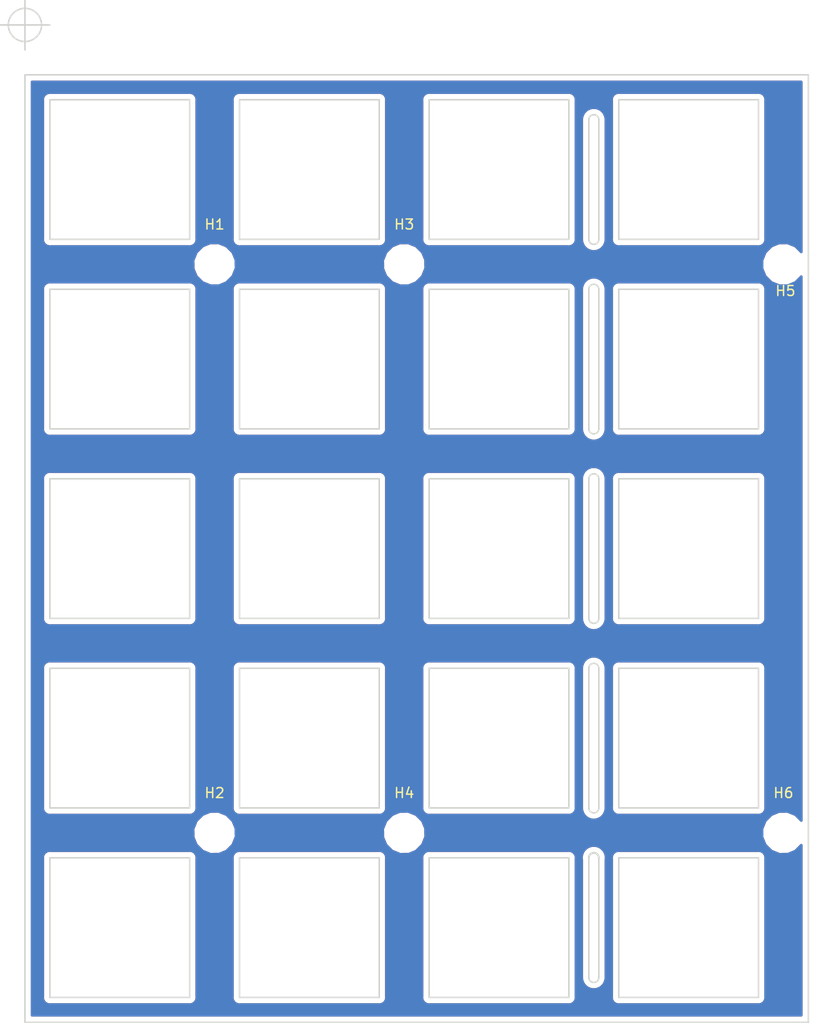
<source format=kicad_pcb>
(kicad_pcb (version 20171130) (host pcbnew 5.0.2-bee76a0~70~ubuntu16.04.1)

  (general
    (thickness 1.6)
    (drawings 115)
    (tracks 0)
    (zones 0)
    (modules 6)
    (nets 1)
  )

  (page A4)
  (layers
    (0 F.Cu signal)
    (31 B.Cu signal)
    (32 B.Adhes user)
    (33 F.Adhes user)
    (34 B.Paste user)
    (35 F.Paste user)
    (36 B.SilkS user)
    (37 F.SilkS user)
    (38 B.Mask user)
    (39 F.Mask user)
    (40 Dwgs.User user hide)
    (41 Cmts.User user)
    (42 Eco1.User user)
    (43 Eco2.User user hide)
    (44 Edge.Cuts user)
    (45 Margin user)
    (46 B.CrtYd user)
    (47 F.CrtYd user)
    (48 B.Fab user)
    (49 F.Fab user hide)
  )

  (setup
    (last_trace_width 0.25)
    (trace_clearance 0.2)
    (zone_clearance 0.508)
    (zone_45_only no)
    (trace_min 0.2)
    (segment_width 0.2)
    (edge_width 0.15)
    (via_size 0.8)
    (via_drill 0.4)
    (via_min_size 0.4)
    (via_min_drill 0.3)
    (uvia_size 0.3)
    (uvia_drill 0.1)
    (uvias_allowed no)
    (uvia_min_size 0.2)
    (uvia_min_drill 0.1)
    (pcb_text_width 0.3)
    (pcb_text_size 1.5 1.5)
    (mod_edge_width 0.15)
    (mod_text_size 1 1)
    (mod_text_width 0.15)
    (pad_size 1.524 1.524)
    (pad_drill 0.762)
    (pad_to_mask_clearance 0.051)
    (solder_mask_min_width 0.25)
    (aux_axis_origin 0 0)
    (grid_origin 30 30)
    (visible_elements FFFFF77F)
    (pcbplotparams
      (layerselection 0x010f0_ffffffff)
      (usegerberextensions false)
      (usegerberattributes false)
      (usegerberadvancedattributes false)
      (creategerberjobfile false)
      (excludeedgelayer true)
      (linewidth 0.100000)
      (plotframeref false)
      (viasonmask false)
      (mode 1)
      (useauxorigin false)
      (hpglpennumber 1)
      (hpglpenspeed 20)
      (hpglpendiameter 15.000000)
      (psnegative false)
      (psa4output false)
      (plotreference true)
      (plotvalue true)
      (plotinvisibletext false)
      (padsonsilk false)
      (subtractmaskfromsilk false)
      (outputformat 1)
      (mirror false)
      (drillshape 0)
      (scaleselection 1)
      (outputdirectory ""))
  )

  (net 0 "")

  (net_class Default "This is the default net class."
    (clearance 0.2)
    (trace_width 0.25)
    (via_dia 0.8)
    (via_drill 0.4)
    (uvia_dia 0.3)
    (uvia_drill 0.1)
  )

  (net_class PWR ""
    (clearance 0.3)
    (trace_width 0.5)
    (via_dia 0.8)
    (via_drill 0.4)
    (uvia_dia 0.3)
    (uvia_drill 0.1)
  )

  (module MountingHole:MountingHole_3mm (layer F.Cu) (tedit 56D1B4CB) (tstamp 5C909357)
    (at 49 54)
    (descr "Mounting Hole 3mm, no annular")
    (tags "mounting hole 3mm no annular")
    (path /5C715ADE)
    (attr virtual)
    (fp_text reference H1 (at 0 -4) (layer F.SilkS)
      (effects (font (size 1 1) (thickness 0.15)))
    )
    (fp_text value MountingHole (at 0 4) (layer F.Fab)
      (effects (font (size 1 1) (thickness 0.15)))
    )
    (fp_text user %R (at 0.3 0) (layer F.Fab)
      (effects (font (size 1 1) (thickness 0.15)))
    )
    (fp_circle (center 0 0) (end 3 0) (layer Cmts.User) (width 0.15))
    (fp_circle (center 0 0) (end 3.25 0) (layer F.CrtYd) (width 0.05))
    (pad 1 np_thru_hole circle (at 0 0) (size 3 3) (drill 3) (layers *.Cu *.Mask))
  )

  (module MountingHole:MountingHole_3mm (layer F.Cu) (tedit 56D1B4CB) (tstamp 5C90935F)
    (at 49 111)
    (descr "Mounting Hole 3mm, no annular")
    (tags "mounting hole 3mm no annular")
    (path /5C715DE1)
    (attr virtual)
    (fp_text reference H2 (at 0 -4) (layer F.SilkS)
      (effects (font (size 1 1) (thickness 0.15)))
    )
    (fp_text value MountingHole (at 0 4) (layer F.Fab)
      (effects (font (size 1 1) (thickness 0.15)))
    )
    (fp_circle (center 0 0) (end 3.25 0) (layer F.CrtYd) (width 0.05))
    (fp_circle (center 0 0) (end 3 0) (layer Cmts.User) (width 0.15))
    (fp_text user %R (at 0.3 0) (layer F.Fab)
      (effects (font (size 1 1) (thickness 0.15)))
    )
    (pad 1 np_thru_hole circle (at 0 0) (size 3 3) (drill 3) (layers *.Cu *.Mask))
  )

  (module MountingHole:MountingHole_3mm (layer F.Cu) (tedit 5C6926C1) (tstamp 5C909367)
    (at 68 54)
    (descr "Mounting Hole 3mm, no annular")
    (tags "mounting hole 3mm no annular")
    (path /5C715EE7)
    (attr virtual)
    (fp_text reference H3 (at 0 -4) (layer F.SilkS)
      (effects (font (size 1 1) (thickness 0.15)))
    )
    (fp_text value MountingHole (at 0 4) (layer F.Fab)
      (effects (font (size 1 1) (thickness 0.15)))
    )
    (fp_text user %R (at 0.3 0) (layer F.Fab)
      (effects (font (size 1 1) (thickness 0.15)))
    )
    (fp_circle (center 0 0) (end 3 0) (layer Cmts.User) (width 0.15))
    (fp_circle (center 0 0) (end 3.25 0) (layer F.CrtYd) (width 0.05))
    (pad 1 np_thru_hole circle (at 0 0) (size 3 3) (drill 3) (layers *.Cu *.Mask))
  )

  (module MountingHole:MountingHole_3mm (layer F.Cu) (tedit 56D1B4CB) (tstamp 5C90936F)
    (at 68 111)
    (descr "Mounting Hole 3mm, no annular")
    (tags "mounting hole 3mm no annular")
    (path /5C7252C0)
    (attr virtual)
    (fp_text reference H4 (at 0 -4) (layer F.SilkS)
      (effects (font (size 1 1) (thickness 0.15)))
    )
    (fp_text value MountingHole (at 0 4) (layer F.Fab)
      (effects (font (size 1 1) (thickness 0.15)))
    )
    (fp_circle (center 0 0) (end 3.25 0) (layer F.CrtYd) (width 0.05))
    (fp_circle (center 0 0) (end 3 0) (layer Cmts.User) (width 0.15))
    (fp_text user %R (at 0.3 0) (layer F.Fab)
      (effects (font (size 1 1) (thickness 0.15)))
    )
    (pad 1 np_thru_hole circle (at 0 0) (size 3 3) (drill 3) (layers *.Cu *.Mask))
  )

  (module MountingHole:MountingHole_3mm (layer F.Cu) (tedit 56D1B4CB) (tstamp 5C909377)
    (at 106 54)
    (descr "Mounting Hole 3mm, no annular")
    (tags "mounting hole 3mm no annular")
    (path /5C725374)
    (attr virtual)
    (fp_text reference H5 (at 0.2 2.67) (layer F.SilkS)
      (effects (font (size 1 1) (thickness 0.15)))
    )
    (fp_text value MountingHole (at 0 4) (layer F.Fab)
      (effects (font (size 1 1) (thickness 0.15)))
    )
    (fp_text user %R (at 0.3 0) (layer F.Fab)
      (effects (font (size 1 1) (thickness 0.15)))
    )
    (fp_circle (center 0 0) (end 3 0) (layer Cmts.User) (width 0.15))
    (fp_circle (center 0 0) (end 3.25 0) (layer F.CrtYd) (width 0.05))
    (pad 1 np_thru_hole circle (at 0 0) (size 3 3) (drill 3) (layers *.Cu *.Mask))
  )

  (module MountingHole:MountingHole_3mm (layer F.Cu) (tedit 56D1B4CB) (tstamp 5C90937F)
    (at 106 111)
    (descr "Mounting Hole 3mm, no annular")
    (tags "mounting hole 3mm no annular")
    (path /5C725426)
    (attr virtual)
    (fp_text reference H6 (at 0 -4) (layer F.SilkS)
      (effects (font (size 1 1) (thickness 0.15)))
    )
    (fp_text value MountingHole (at 0 4) (layer F.Fab)
      (effects (font (size 1 1) (thickness 0.15)))
    )
    (fp_circle (center 0 0) (end 3.25 0) (layer F.CrtYd) (width 0.05))
    (fp_circle (center 0 0) (end 3 0) (layer Cmts.User) (width 0.15))
    (fp_text user %R (at 0.3 0) (layer F.Fab)
      (effects (font (size 1 1) (thickness 0.15)))
    )
    (pad 1 np_thru_hole circle (at 0 0) (size 3 3) (drill 3) (layers *.Cu *.Mask))
  )

  (gr_line (start 87.5 51.5) (end 87.5 39.5) (layer Edge.Cuts) (width 0.15))
  (gr_line (start 86.5 39.5) (end 86.5 51.5) (layer Edge.Cuts) (width 0.15))
  (gr_arc (start 87 39.5) (end 87.5 39.5) (angle -180) (layer Edge.Cuts) (width 0.15))
  (gr_line (start 108.5 130) (end 108.5 35) (layer Edge.Cuts) (width 0.15))
  (gr_line (start 30 35) (end 30 130) (layer Edge.Cuts) (width 0.15))
  (gr_line (start 30 35) (end 108.5 35) (layer Edge.Cuts) (width 0.15))
  (gr_line (start 30 130) (end 108.5 130) (layer Edge.Cuts) (width 0.15))
  (gr_line (start 103.5 37.5) (end 89.5 37.5) (layer Edge.Cuts) (width 0.15))
  (gr_line (start 103.5 51.5) (end 103.5 37.5) (layer Edge.Cuts) (width 0.15))
  (gr_line (start 89.5 51.5) (end 103.5 51.5) (layer Edge.Cuts) (width 0.15))
  (gr_line (start 89.5 37.5) (end 89.5 51.5) (layer Edge.Cuts) (width 0.15))
  (gr_line (start 84.5 37.5) (end 70.5 37.5) (layer Edge.Cuts) (width 0.15))
  (gr_line (start 84.5 51.5) (end 84.5 37.5) (layer Edge.Cuts) (width 0.15))
  (gr_line (start 70.5 51.5) (end 84.5 51.5) (layer Edge.Cuts) (width 0.15))
  (gr_line (start 70.5 37.5) (end 70.5 51.5) (layer Edge.Cuts) (width 0.15))
  (gr_line (start 65.5 37.5) (end 51.5 37.5) (layer Edge.Cuts) (width 0.15))
  (gr_line (start 65.5 51.5) (end 65.5 37.5) (layer Edge.Cuts) (width 0.15))
  (gr_line (start 51.5 51.5) (end 65.5 51.5) (layer Edge.Cuts) (width 0.15))
  (gr_line (start 51.5 37.5) (end 51.5 51.5) (layer Edge.Cuts) (width 0.15))
  (gr_line (start 46.5 37.5) (end 32.5 37.5) (layer Edge.Cuts) (width 0.15))
  (gr_line (start 46.5 51.5) (end 46.5 37.5) (layer Edge.Cuts) (width 0.15))
  (gr_line (start 32.5 51.5) (end 46.5 51.5) (layer Edge.Cuts) (width 0.15))
  (gr_line (start 32.5 37.5) (end 32.5 51.5) (layer Edge.Cuts) (width 0.15))
  (gr_line (start 46.5 56.5) (end 32.5 56.5) (layer Edge.Cuts) (width 0.15))
  (gr_line (start 46.5 70.5) (end 46.5 56.5) (layer Edge.Cuts) (width 0.15))
  (gr_line (start 32.5 70.5) (end 46.5 70.5) (layer Edge.Cuts) (width 0.15))
  (gr_line (start 32.5 56.5) (end 32.5 70.5) (layer Edge.Cuts) (width 0.15))
  (gr_line (start 65.5 56.5) (end 51.5 56.5) (layer Edge.Cuts) (width 0.15))
  (gr_line (start 65.5 70.5) (end 65.5 56.5) (layer Edge.Cuts) (width 0.15))
  (gr_line (start 51.5 70.5) (end 65.5 70.5) (layer Edge.Cuts) (width 0.15))
  (gr_line (start 51.5 56.5) (end 51.5 70.5) (layer Edge.Cuts) (width 0.15))
  (gr_line (start 84.5 56.5) (end 70.5 56.5) (layer Edge.Cuts) (width 0.15))
  (gr_line (start 84.5 70.5) (end 84.5 56.5) (layer Edge.Cuts) (width 0.15))
  (gr_line (start 70.5 70.5) (end 84.5 70.5) (layer Edge.Cuts) (width 0.15))
  (gr_line (start 70.5 56.5) (end 70.5 70.5) (layer Edge.Cuts) (width 0.15))
  (gr_line (start 103.5 56.5) (end 89.5 56.5) (layer Edge.Cuts) (width 0.15))
  (gr_line (start 103.5 70.5) (end 103.5 56.5) (layer Edge.Cuts) (width 0.15))
  (gr_line (start 89.5 70.5) (end 103.5 70.5) (layer Edge.Cuts) (width 0.15))
  (gr_line (start 89.5 56.5) (end 89.5 70.5) (layer Edge.Cuts) (width 0.15))
  (gr_line (start 103.5 75.5) (end 89.5 75.5) (layer Edge.Cuts) (width 0.15))
  (gr_line (start 103.5 89.5) (end 103.5 75.5) (layer Edge.Cuts) (width 0.15))
  (gr_line (start 89.5 89.5) (end 103.5 89.5) (layer Edge.Cuts) (width 0.15))
  (gr_line (start 89.5 75.5) (end 89.5 89.5) (layer Edge.Cuts) (width 0.15))
  (gr_line (start 84.5 75.5) (end 70.5 75.5) (layer Edge.Cuts) (width 0.15))
  (gr_line (start 84.5 89.5) (end 84.5 75.5) (layer Edge.Cuts) (width 0.15))
  (gr_line (start 70.5 89.5) (end 84.5 89.5) (layer Edge.Cuts) (width 0.15))
  (gr_line (start 70.5 75.5) (end 70.5 89.5) (layer Edge.Cuts) (width 0.15))
  (gr_line (start 65.5 75.5) (end 51.5 75.5) (layer Edge.Cuts) (width 0.15))
  (gr_line (start 65.5 89.5) (end 65.5 75.5) (layer Edge.Cuts) (width 0.15))
  (gr_line (start 51.5 89.5) (end 65.5 89.5) (layer Edge.Cuts) (width 0.15))
  (gr_line (start 51.5 75.5) (end 51.5 89.5) (layer Edge.Cuts) (width 0.15))
  (gr_line (start 46.5 75.5) (end 32.5 75.5) (layer Edge.Cuts) (width 0.15))
  (gr_line (start 46.5 89.5) (end 46.5 75.5) (layer Edge.Cuts) (width 0.15))
  (gr_line (start 32.5 89.5) (end 46.5 89.5) (layer Edge.Cuts) (width 0.15))
  (gr_line (start 32.5 75.5) (end 32.5 89.5) (layer Edge.Cuts) (width 0.15))
  (gr_line (start 46.5 94.5) (end 32.5 94.5) (layer Edge.Cuts) (width 0.15))
  (gr_line (start 46.5 108.5) (end 46.5 94.5) (layer Edge.Cuts) (width 0.15))
  (gr_line (start 32.5 108.5) (end 46.5 108.5) (layer Edge.Cuts) (width 0.15))
  (gr_line (start 32.5 94.5) (end 32.5 108.5) (layer Edge.Cuts) (width 0.15))
  (gr_line (start 65.5 94.5) (end 51.5 94.5) (layer Edge.Cuts) (width 0.15))
  (gr_line (start 65.5 108.5) (end 65.5 94.5) (layer Edge.Cuts) (width 0.15))
  (gr_line (start 51.5 108.5) (end 65.5 108.5) (layer Edge.Cuts) (width 0.15))
  (gr_line (start 51.5 94.5) (end 51.5 108.5) (layer Edge.Cuts) (width 0.15))
  (gr_line (start 84.5 94.5) (end 70.5 94.5) (layer Edge.Cuts) (width 0.15))
  (gr_line (start 84.5 108.5) (end 84.5 94.5) (layer Edge.Cuts) (width 0.15))
  (gr_line (start 70.5 108.5) (end 84.5 108.5) (layer Edge.Cuts) (width 0.15))
  (gr_line (start 70.5 94.5) (end 70.5 108.5) (layer Edge.Cuts) (width 0.15))
  (gr_line (start 103.5 94.5) (end 89.5 94.5) (layer Edge.Cuts) (width 0.15))
  (gr_line (start 103.5 108.5) (end 103.5 94.5) (layer Edge.Cuts) (width 0.15))
  (gr_line (start 89.5 108.5) (end 103.5 108.5) (layer Edge.Cuts) (width 0.15))
  (gr_line (start 89.5 94.5) (end 89.5 108.5) (layer Edge.Cuts) (width 0.15))
  (gr_line (start 89.5 127.5) (end 89.5 113.5) (layer Edge.Cuts) (width 0.15))
  (gr_line (start 103.5 127.5) (end 89.5 127.5) (layer Edge.Cuts) (width 0.15))
  (gr_line (start 103.5 113.5) (end 103.5 127.5) (layer Edge.Cuts) (width 0.15))
  (gr_line (start 89.5 113.5) (end 103.5 113.5) (layer Edge.Cuts) (width 0.15))
  (gr_line (start 84.5 113.5) (end 70.5 113.5) (layer Edge.Cuts) (width 0.15))
  (gr_line (start 84.5 127.5) (end 84.5 113.5) (layer Edge.Cuts) (width 0.15))
  (gr_line (start 70.5 127.5) (end 84.5 127.5) (layer Edge.Cuts) (width 0.15))
  (gr_line (start 70.5 113.5) (end 70.5 127.5) (layer Edge.Cuts) (width 0.15))
  (gr_line (start 65.5 113.5) (end 51.5 113.5) (layer Edge.Cuts) (width 0.15))
  (gr_line (start 65.5 127.5) (end 65.5 113.5) (layer Edge.Cuts) (width 0.15))
  (gr_line (start 51.5 127.5) (end 65.5 127.5) (layer Edge.Cuts) (width 0.15))
  (gr_line (start 51.5 113.5) (end 51.5 127.5) (layer Edge.Cuts) (width 0.15))
  (gr_line (start 46.5 113.5) (end 32.5 113.5) (layer Edge.Cuts) (width 0.15))
  (gr_line (start 46.5 127.5) (end 46.5 113.5) (layer Edge.Cuts) (width 0.15))
  (gr_line (start 32.5 127.5) (end 46.5 127.5) (layer Edge.Cuts) (width 0.15))
  (gr_line (start 32.5 113.5) (end 32.5 127.5) (layer Edge.Cuts) (width 0.15))
  (gr_arc (start 87 113.5) (end 87.5 113.5) (angle -180) (layer Edge.Cuts) (width 0.2))
  (gr_line (start 86.5 125.5) (end 86.5 113.5) (layer Edge.Cuts) (width 0.15))
  (gr_line (start 87.5 113.5) (end 87.5 125.5) (layer Edge.Cuts) (width 0.15))
  (gr_arc (start 87 125.5) (end 86.5 125.5) (angle -180) (layer Edge.Cuts) (width 0.15))
  (gr_line (start 87.5 70.5) (end 87.5 56.5) (layer Edge.Cuts) (width 0.15))
  (gr_line (start 86.5 56.5) (end 86.5 70.5) (layer Edge.Cuts) (width 0.15))
  (gr_arc (start 87 51.5) (end 86.5 51.5) (angle -180) (layer Edge.Cuts) (width 0.15))
  (gr_arc (start 87 56.5) (end 87.5 56.5) (angle -180) (layer Edge.Cuts) (width 0.15))
  (gr_arc (start 87 70.5) (end 86.5 70.5) (angle -180) (layer Edge.Cuts) (width 0.15))
  (gr_line (start 86.5 89.5) (end 86.5 75.5) (layer Edge.Cuts) (width 0.15))
  (gr_line (start 87.5 75.5) (end 87.5 89.5) (layer Edge.Cuts) (width 0.15))
  (gr_arc (start 87 75.5) (end 87.5 75.5) (angle -180) (layer Edge.Cuts) (width 0.15))
  (gr_arc (start 87 89.5) (end 86.5 89.5) (angle -180) (layer Edge.Cuts) (width 0.15))
  (gr_line (start 86.5 94.5) (end 86.5 108.5) (layer Edge.Cuts) (width 0.15))
  (gr_line (start 87.5 94.5) (end 87.5 108.5) (layer Edge.Cuts) (width 0.15))
  (gr_arc (start 87 94.5) (end 87.5 94.5) (angle -180) (layer Edge.Cuts) (width 0.15))
  (gr_arc (start 87 108.5) (end 86.5 108.5) (angle -180) (layer Edge.Cuts) (width 0.15))
  (gr_line (start 125 30) (end 125 130) (layer Dwgs.User) (width 0.2) (tstamp 5C653D2E))
  (gr_line (start 30 35) (end 130 35) (layer Dwgs.User) (width 0.2))
  (gr_line (start 30 54) (end 130 54) (layer Dwgs.User) (width 0.2))
  (gr_line (start 30 73) (end 130 73) (layer Dwgs.User) (width 0.2))
  (gr_line (start 30 92) (end 130 92) (layer Dwgs.User) (width 0.2) (tstamp 5C9CB1EA))
  (gr_line (start 30 111) (end 130 111) (layer Dwgs.User) (width 0.2))
  (gr_line (start 106 130) (end 106 30) (layer Dwgs.User) (width 0.2))
  (gr_line (start 87 30) (end 87 130) (layer Dwgs.User) (width 0.2))
  (gr_line (start 68 130) (end 68 30) (layer Dwgs.User) (width 0.2))
  (gr_line (start 49 30) (end 49 130) (layer Dwgs.User) (width 0.2))
  (target plus (at 30 30) (size 5) (width 0.15) (layer Edge.Cuts))

  (zone (net 0) (net_name "") (layers F&B.Cu) (tstamp 0) (hatch edge 0.508)
    (connect_pads (clearance 0.508))
    (min_thickness 0.254)
    (keepout (tracks not_allowed) (vias not_allowed) (copperpour not_allowed))
    (fill (arc_segments 16) (thermal_gap 0.508) (thermal_bridge_width 0.508))
    (polygon
      (pts
        (xy 32.5 37.5) (xy 32.5 51.5) (xy 46.5 51.5) (xy 46.5 37.5)
      )
    )
  )
  (zone (net 0) (net_name "") (layers F&B.Cu) (tstamp 0) (hatch edge 0.508)
    (connect_pads (clearance 0.508))
    (min_thickness 0.254)
    (keepout (tracks not_allowed) (vias not_allowed) (copperpour not_allowed))
    (fill (arc_segments 16) (thermal_gap 0.508) (thermal_bridge_width 0.508))
    (polygon
      (pts
        (xy 51.5 37.5) (xy 51.5 51.5) (xy 65.5 51.5) (xy 65.5 37.5)
      )
    )
  )
  (zone (net 0) (net_name "") (layers F&B.Cu) (tstamp 0) (hatch edge 0.508)
    (connect_pads (clearance 0.508))
    (min_thickness 0.254)
    (keepout (tracks not_allowed) (vias not_allowed) (copperpour not_allowed))
    (fill (arc_segments 16) (thermal_gap 0.508) (thermal_bridge_width 0.508))
    (polygon
      (pts
        (xy 70.5 37.5) (xy 70.5 51.5) (xy 84.5 51.5) (xy 84.5 38) (xy 84.5 37.5)
      )
    )
  )
  (zone (net 0) (net_name "") (layers F&B.Cu) (tstamp 0) (hatch edge 0.508)
    (connect_pads (clearance 0.508))
    (min_thickness 0.254)
    (keepout (tracks not_allowed) (vias not_allowed) (copperpour not_allowed))
    (fill (arc_segments 16) (thermal_gap 0.508) (thermal_bridge_width 0.508))
    (polygon
      (pts
        (xy 89.5 37.5) (xy 89.5 51.5) (xy 103.5 51.5) (xy 103.5 37.5)
      )
    )
  )
  (zone (net 0) (net_name "") (layers F&B.Cu) (tstamp 0) (hatch edge 0.508)
    (connect_pads (clearance 0.508))
    (min_thickness 0.254)
    (keepout (tracks not_allowed) (vias not_allowed) (copperpour not_allowed))
    (fill (arc_segments 16) (thermal_gap 0.508) (thermal_bridge_width 0.508))
    (polygon
      (pts
        (xy 32.5 56.5) (xy 32.5 70.5) (xy 46.5 70.5) (xy 46.5 56.5)
      )
    )
  )
  (zone (net 0) (net_name "") (layers F&B.Cu) (tstamp 0) (hatch edge 0.508)
    (connect_pads (clearance 0.508))
    (min_thickness 0.254)
    (keepout (tracks not_allowed) (vias not_allowed) (copperpour not_allowed))
    (fill (arc_segments 16) (thermal_gap 0.508) (thermal_bridge_width 0.508))
    (polygon
      (pts
        (xy 51.5 56.5) (xy 51.5 70.5) (xy 65.5 70.5) (xy 65.5 56.5)
      )
    )
  )
  (zone (net 0) (net_name "") (layers F&B.Cu) (tstamp 0) (hatch edge 0.508)
    (connect_pads (clearance 0.508))
    (min_thickness 0.254)
    (keepout (tracks not_allowed) (vias not_allowed) (copperpour not_allowed))
    (fill (arc_segments 16) (thermal_gap 0.508) (thermal_bridge_width 0.508))
    (polygon
      (pts
        (xy 70.5 56.5) (xy 70.5 70.5) (xy 84.5 70.5) (xy 84.5 56.5)
      )
    )
  )
  (zone (net 0) (net_name "") (layers F&B.Cu) (tstamp 0) (hatch edge 0.508)
    (connect_pads (clearance 0.508))
    (min_thickness 0.254)
    (keepout (tracks not_allowed) (vias not_allowed) (copperpour not_allowed))
    (fill (arc_segments 16) (thermal_gap 0.508) (thermal_bridge_width 0.508))
    (polygon
      (pts
        (xy 89.5 56.5) (xy 89.5 70.5) (xy 103.5 70.5) (xy 103.5 56.5)
      )
    )
  )
  (zone (net 0) (net_name "") (layers F&B.Cu) (tstamp 0) (hatch edge 0.508)
    (connect_pads (clearance 0.508))
    (min_thickness 0.254)
    (keepout (tracks not_allowed) (vias not_allowed) (copperpour not_allowed))
    (fill (arc_segments 16) (thermal_gap 0.508) (thermal_bridge_width 0.508))
    (polygon
      (pts
        (xy 32.5 75.5) (xy 32.5 89.5) (xy 46.5 89.5) (xy 46.5 75.5)
      )
    )
  )
  (zone (net 0) (net_name "") (layers F&B.Cu) (tstamp 0) (hatch edge 0.508)
    (connect_pads (clearance 0.508))
    (min_thickness 0.254)
    (keepout (tracks not_allowed) (vias not_allowed) (copperpour not_allowed))
    (fill (arc_segments 16) (thermal_gap 0.508) (thermal_bridge_width 0.508))
    (polygon
      (pts
        (xy 51.5 75.5) (xy 51.5 89.5) (xy 65.5 89.5) (xy 65.5 75.5)
      )
    )
  )
  (zone (net 0) (net_name "") (layers F&B.Cu) (tstamp 0) (hatch edge 0.508)
    (connect_pads (clearance 0.508))
    (min_thickness 0.254)
    (keepout (tracks not_allowed) (vias not_allowed) (copperpour not_allowed))
    (fill (arc_segments 16) (thermal_gap 0.508) (thermal_bridge_width 0.508))
    (polygon
      (pts
        (xy 70.5 75.5) (xy 70.5 89.5) (xy 84.5 89.5) (xy 84.5 75.5)
      )
    )
  )
  (zone (net 0) (net_name "") (layers F&B.Cu) (tstamp 0) (hatch edge 0.508)
    (connect_pads (clearance 0.508))
    (min_thickness 0.254)
    (keepout (tracks not_allowed) (vias not_allowed) (copperpour not_allowed))
    (fill (arc_segments 16) (thermal_gap 0.508) (thermal_bridge_width 0.508))
    (polygon
      (pts
        (xy 89.5 75.5) (xy 89.5 89.5) (xy 103.5 89.5) (xy 103.5 75.5)
      )
    )
  )
  (zone (net 0) (net_name "") (layers F&B.Cu) (tstamp 0) (hatch edge 0.508)
    (connect_pads (clearance 0.508))
    (min_thickness 0.254)
    (keepout (tracks not_allowed) (vias not_allowed) (copperpour not_allowed))
    (fill (arc_segments 16) (thermal_gap 0.508) (thermal_bridge_width 0.508))
    (polygon
      (pts
        (xy 32.5 94.5) (xy 32.5 108.5) (xy 46.5 108.5) (xy 46.5 94.5)
      )
    )
  )
  (zone (net 0) (net_name "") (layers F&B.Cu) (tstamp 0) (hatch edge 0.508)
    (connect_pads (clearance 0.508))
    (min_thickness 0.254)
    (keepout (tracks not_allowed) (vias not_allowed) (copperpour not_allowed))
    (fill (arc_segments 16) (thermal_gap 0.508) (thermal_bridge_width 0.508))
    (polygon
      (pts
        (xy 51.5 94.5) (xy 51.5 108.5) (xy 65.5 108.5) (xy 65.5 94.5)
      )
    )
  )
  (zone (net 0) (net_name "") (layers F&B.Cu) (tstamp 0) (hatch edge 0.508)
    (connect_pads (clearance 0.508))
    (min_thickness 0.254)
    (keepout (tracks not_allowed) (vias not_allowed) (copperpour not_allowed))
    (fill (arc_segments 16) (thermal_gap 0.508) (thermal_bridge_width 0.508))
    (polygon
      (pts
        (xy 70.5 94.5) (xy 70.5 108.5) (xy 84.5 108.5) (xy 84.5 94.5)
      )
    )
  )
  (zone (net 0) (net_name "") (layers F&B.Cu) (tstamp 0) (hatch edge 0.508)
    (connect_pads (clearance 0.508))
    (min_thickness 0.254)
    (keepout (tracks not_allowed) (vias not_allowed) (copperpour not_allowed))
    (fill (arc_segments 16) (thermal_gap 0.508) (thermal_bridge_width 0.508))
    (polygon
      (pts
        (xy 89.5 94.5) (xy 89.5 108.5) (xy 103.5 108.5) (xy 103.5 94.5)
      )
    )
  )
  (zone (net 0) (net_name "") (layers F&B.Cu) (tstamp 0) (hatch edge 0.508)
    (connect_pads (clearance 0.508))
    (min_thickness 0.254)
    (keepout (tracks not_allowed) (vias not_allowed) (copperpour not_allowed))
    (fill (arc_segments 16) (thermal_gap 0.508) (thermal_bridge_width 0.508))
    (polygon
      (pts
        (xy 32.5 113.5) (xy 32.5 127.5) (xy 46.5 127.5) (xy 46.5 114) (xy 46.5 113.5)
      )
    )
  )
  (zone (net 0) (net_name "") (layers F&B.Cu) (tstamp 0) (hatch edge 0.508)
    (connect_pads (clearance 0.508))
    (min_thickness 0.254)
    (keepout (tracks not_allowed) (vias not_allowed) (copperpour not_allowed))
    (fill (arc_segments 16) (thermal_gap 0.508) (thermal_bridge_width 0.508))
    (polygon
      (pts
        (xy 51.5 113.5) (xy 51.5 127.5) (xy 65.5 127.5) (xy 65.5 113.5)
      )
    )
  )
  (zone (net 0) (net_name "") (layers F&B.Cu) (tstamp 0) (hatch edge 0.508)
    (connect_pads (clearance 0.508))
    (min_thickness 0.254)
    (keepout (tracks not_allowed) (vias not_allowed) (copperpour not_allowed))
    (fill (arc_segments 16) (thermal_gap 0.508) (thermal_bridge_width 0.508))
    (polygon
      (pts
        (xy 70.5 113.5) (xy 70.5 127.5) (xy 84.5 127.5) (xy 84.5 113.5)
      )
    )
  )
  (zone (net 0) (net_name "") (layers F&B.Cu) (tstamp 0) (hatch edge 0.508)
    (connect_pads (clearance 0.508))
    (min_thickness 0.254)
    (keepout (tracks not_allowed) (vias not_allowed) (copperpour not_allowed))
    (fill (arc_segments 16) (thermal_gap 0.508) (thermal_bridge_width 0.508))
    (polygon
      (pts
        (xy 89.5 113.5) (xy 89.5 127.5) (xy 103.5 127.5) (xy 103.5 113.5)
      )
    )
  )
  (zone (net 0) (net_name "") (layer F.Cu) (tstamp 0) (hatch edge 0.508)
    (connect_pads (clearance 0.508))
    (min_thickness 0.254)
    (fill yes (arc_segments 16) (thermal_gap 0.508) (thermal_bridge_width 0.508))
    (polygon
      (pts
        (xy 30 35) (xy 30 130) (xy 108.5 130) (xy 108.5 35)
      )
    )
    (filled_polygon
      (pts
        (xy 107.790001 52.770655) (xy 107.20938 52.190034) (xy 107.17987 52.177811) (xy 107.174582 52.167261) (xy 106.798212 52.019723)
        (xy 106.424678 51.865) (xy 106.403514 51.865) (xy 106.383813 51.857277) (xy 105.979624 51.865) (xy 105.575322 51.865)
        (xy 105.55577 51.873099) (xy 105.534613 51.873503) (xy 104.825418 52.167261) (xy 104.82013 52.177811) (xy 104.79062 52.190034)
        (xy 104.190034 52.79062) (xy 104.177811 52.82013) (xy 104.167261 52.825418) (xy 104.019723 53.201788) (xy 103.865 53.575322)
        (xy 103.865 53.596486) (xy 103.857277 53.616187) (xy 103.865 54.020376) (xy 103.865 54.424678) (xy 103.873099 54.44423)
        (xy 103.873503 54.465387) (xy 104.167261 55.174582) (xy 104.177811 55.17987) (xy 104.190034 55.20938) (xy 104.79062 55.809966)
        (xy 104.82013 55.822189) (xy 104.825418 55.832739) (xy 105.201788 55.980277) (xy 105.575322 56.135) (xy 105.596486 56.135)
        (xy 105.616187 56.142723) (xy 106.020376 56.135) (xy 106.424678 56.135) (xy 106.44423 56.126901) (xy 106.465387 56.126497)
        (xy 107.174582 55.832739) (xy 107.17987 55.822189) (xy 107.20938 55.809966) (xy 107.790001 55.229345) (xy 107.79 109.770654)
        (xy 107.20938 109.190034) (xy 107.17987 109.177811) (xy 107.174582 109.167261) (xy 106.798212 109.019723) (xy 106.424678 108.865)
        (xy 106.403514 108.865) (xy 106.383813 108.857277) (xy 105.979624 108.865) (xy 105.575322 108.865) (xy 105.55577 108.873099)
        (xy 105.534613 108.873503) (xy 104.825418 109.167261) (xy 104.82013 109.177811) (xy 104.79062 109.190034) (xy 104.190034 109.79062)
        (xy 104.177811 109.82013) (xy 104.167261 109.825418) (xy 104.019723 110.201788) (xy 103.865 110.575322) (xy 103.865 110.596486)
        (xy 103.857277 110.616187) (xy 103.865 111.020376) (xy 103.865 111.424678) (xy 103.873099 111.44423) (xy 103.873503 111.465387)
        (xy 104.167261 112.174582) (xy 104.177811 112.17987) (xy 104.190034 112.20938) (xy 104.79062 112.809966) (xy 104.82013 112.822189)
        (xy 104.825418 112.832739) (xy 105.201788 112.980277) (xy 105.575322 113.135) (xy 105.596486 113.135) (xy 105.616187 113.142723)
        (xy 106.020376 113.135) (xy 106.424678 113.135) (xy 106.44423 113.126901) (xy 106.465387 113.126497) (xy 107.174582 112.832739)
        (xy 107.17987 112.822189) (xy 107.20938 112.809966) (xy 107.79 112.229346) (xy 107.79 129.29) (xy 30.71 129.29)
        (xy 30.71 113.5) (xy 31.776091 113.5) (xy 31.79 113.569926) (xy 31.790001 127.430069) (xy 31.776091 127.5)
        (xy 31.831195 127.777028) (xy 31.988119 128.011881) (xy 32.222972 128.168805) (xy 32.430074 128.21) (xy 32.430075 128.21)
        (xy 32.5 128.223909) (xy 32.569926 128.21) (xy 46.430074 128.21) (xy 46.5 128.223909) (xy 46.569925 128.21)
        (xy 46.569926 128.21) (xy 46.777028 128.168805) (xy 47.011881 128.011881) (xy 47.168805 127.777028) (xy 47.223909 127.5)
        (xy 47.21 127.430074) (xy 47.21 113.569926) (xy 47.223909 113.5) (xy 50.776091 113.5) (xy 50.79 113.569926)
        (xy 50.790001 127.430069) (xy 50.776091 127.5) (xy 50.831195 127.777028) (xy 50.988119 128.011881) (xy 51.222972 128.168805)
        (xy 51.430074 128.21) (xy 51.430075 128.21) (xy 51.5 128.223909) (xy 51.569926 128.21) (xy 65.430074 128.21)
        (xy 65.5 128.223909) (xy 65.569925 128.21) (xy 65.569926 128.21) (xy 65.777028 128.168805) (xy 66.011881 128.011881)
        (xy 66.168805 127.777028) (xy 66.223909 127.5) (xy 66.21 127.430074) (xy 66.21 113.569926) (xy 66.223909 113.5)
        (xy 69.776091 113.5) (xy 69.79 113.569926) (xy 69.790001 127.430069) (xy 69.776091 127.5) (xy 69.831195 127.777028)
        (xy 69.988119 128.011881) (xy 70.222972 128.168805) (xy 70.430074 128.21) (xy 70.430075 128.21) (xy 70.5 128.223909)
        (xy 70.569926 128.21) (xy 84.430074 128.21) (xy 84.5 128.223909) (xy 84.569925 128.21) (xy 84.569926 128.21)
        (xy 84.777028 128.168805) (xy 85.011881 128.011881) (xy 85.168805 127.777028) (xy 85.223909 127.5) (xy 85.21 127.430074)
        (xy 85.21 113.569926) (xy 85.223909 113.5) (xy 85.195388 113.35661) (xy 85.779123 113.35661) (xy 85.779124 113.643392)
        (xy 85.790001 113.669651) (xy 85.79 125.569925) (xy 85.803642 125.638508) (xy 85.803642 125.638513) (xy 85.841702 125.829856)
        (xy 85.947716 126.085796) (xy 85.947718 126.0858) (xy 86.056105 126.24801) (xy 86.134458 126.326363) (xy 86.251989 126.443895)
        (xy 86.4142 126.552282) (xy 86.414203 126.552283) (xy 86.414204 126.552284) (xy 86.670145 126.658298) (xy 86.861487 126.696358)
        (xy 87.138513 126.696358) (xy 87.329856 126.658298) (xy 87.585796 126.552284) (xy 87.585797 126.552283) (xy 87.5858 126.552282)
        (xy 87.74801 126.443895) (xy 87.835508 126.356396) (xy 87.943895 126.248011) (xy 88.052282 126.0858) (xy 88.052284 126.085796)
        (xy 88.158298 125.829855) (xy 88.196358 125.638513) (xy 88.196358 125.638509) (xy 88.21 125.569926) (xy 88.21 113.669652)
        (xy 88.220877 113.643393) (xy 88.220877 113.5) (xy 88.776091 113.5) (xy 88.790001 113.569931) (xy 88.79 127.430074)
        (xy 88.776091 127.5) (xy 88.831195 127.777028) (xy 88.988119 128.011881) (xy 89.222972 128.168805) (xy 89.5 128.223909)
        (xy 89.569925 128.21) (xy 103.430075 128.21) (xy 103.5 128.223909) (xy 103.777028 128.168805) (xy 104.011881 128.011881)
        (xy 104.168805 127.777028) (xy 104.21 127.569926) (xy 104.21 127.569925) (xy 104.223909 127.5) (xy 104.21 127.430074)
        (xy 104.21 113.569926) (xy 104.223909 113.5) (xy 104.168805 113.222972) (xy 104.011881 112.988119) (xy 103.777028 112.831195)
        (xy 103.569926 112.79) (xy 103.569925 112.79) (xy 103.5 112.776091) (xy 103.430074 112.79) (xy 89.569926 112.79)
        (xy 89.5 112.776091) (xy 89.430075 112.79) (xy 89.430074 112.79) (xy 89.222972 112.831195) (xy 88.988119 112.988119)
        (xy 88.831195 113.222972) (xy 88.776091 113.5) (xy 88.220877 113.5) (xy 88.220877 113.35661) (xy 88.182817 113.165268)
        (xy 88.182816 113.165265) (xy 88.182816 113.165263) (xy 88.073068 112.900311) (xy 87.964681 112.7381) (xy 87.81436 112.58778)
        (xy 87.7619 112.535319) (xy 87.599689 112.426932) (xy 87.599686 112.426931) (xy 87.599685 112.42693) (xy 87.507803 112.388871)
        (xy 87.334737 112.317184) (xy 87.334735 112.317184) (xy 87.334733 112.317183) (xy 87.143396 112.279124) (xy 87.143393 112.279123)
        (xy 86.85661 112.279123) (xy 86.665268 112.317183) (xy 86.665266 112.317184) (xy 86.665263 112.317184) (xy 86.4646 112.400303)
        (xy 86.400315 112.42693) (xy 86.400314 112.426931) (xy 86.400311 112.426932) (xy 86.2381 112.535319) (xy 86.116432 112.656988)
        (xy 86.035319 112.7381) (xy 85.926932 112.900311) (xy 85.817184 113.165263) (xy 85.817184 113.165265) (xy 85.817183 113.165267)
        (xy 85.779123 113.35661) (xy 85.195388 113.35661) (xy 85.168805 113.222972) (xy 85.011881 112.988119) (xy 84.777028 112.831195)
        (xy 84.569926 112.79) (xy 84.5 112.776091) (xy 84.430075 112.79) (xy 70.569925 112.79) (xy 70.5 112.776091)
        (xy 70.430074 112.79) (xy 70.222972 112.831195) (xy 69.988119 112.988119) (xy 69.831195 113.222972) (xy 69.776091 113.5)
        (xy 66.223909 113.5) (xy 66.168805 113.222972) (xy 66.011881 112.988119) (xy 65.777028 112.831195) (xy 65.569926 112.79)
        (xy 65.5 112.776091) (xy 65.430075 112.79) (xy 51.569925 112.79) (xy 51.5 112.776091) (xy 51.430074 112.79)
        (xy 51.222972 112.831195) (xy 50.988119 112.988119) (xy 50.831195 113.222972) (xy 50.776091 113.5) (xy 47.223909 113.5)
        (xy 47.168805 113.222972) (xy 47.011881 112.988119) (xy 46.777028 112.831195) (xy 46.569926 112.79) (xy 46.5 112.776091)
        (xy 46.430075 112.79) (xy 32.569925 112.79) (xy 32.5 112.776091) (xy 32.430074 112.79) (xy 32.222972 112.831195)
        (xy 31.988119 112.988119) (xy 31.831195 113.222972) (xy 31.776091 113.5) (xy 30.71 113.5) (xy 30.71 110.616187)
        (xy 46.857277 110.616187) (xy 46.865 111.020376) (xy 46.865 111.424678) (xy 46.873099 111.44423) (xy 46.873503 111.465387)
        (xy 47.167261 112.174582) (xy 47.177811 112.17987) (xy 47.190034 112.20938) (xy 47.79062 112.809966) (xy 47.82013 112.822189)
        (xy 47.825418 112.832739) (xy 48.201788 112.980277) (xy 48.575322 113.135) (xy 48.596486 113.135) (xy 48.616187 113.142723)
        (xy 49.020376 113.135) (xy 49.424678 113.135) (xy 49.44423 113.126901) (xy 49.465387 113.126497) (xy 50.174582 112.832739)
        (xy 50.17987 112.822189) (xy 50.20938 112.809966) (xy 50.809966 112.20938) (xy 50.822189 112.17987) (xy 50.832739 112.174582)
        (xy 50.980277 111.798212) (xy 51.135 111.424678) (xy 51.135 111.403514) (xy 51.142723 111.383813) (xy 51.135 110.979624)
        (xy 51.135 110.616187) (xy 65.857277 110.616187) (xy 65.865 111.020376) (xy 65.865 111.424678) (xy 65.873099 111.44423)
        (xy 65.873503 111.465387) (xy 66.167261 112.174582) (xy 66.177811 112.17987) (xy 66.190034 112.20938) (xy 66.79062 112.809966)
        (xy 66.82013 112.822189) (xy 66.825418 112.832739) (xy 67.201788 112.980277) (xy 67.575322 113.135) (xy 67.596486 113.135)
        (xy 67.616187 113.142723) (xy 68.020376 113.135) (xy 68.424678 113.135) (xy 68.44423 113.126901) (xy 68.465387 113.126497)
        (xy 69.174582 112.832739) (xy 69.17987 112.822189) (xy 69.20938 112.809966) (xy 69.809966 112.20938) (xy 69.822189 112.17987)
        (xy 69.832739 112.174582) (xy 69.980277 111.798212) (xy 70.135 111.424678) (xy 70.135 111.403514) (xy 70.142723 111.383813)
        (xy 70.135 110.979624) (xy 70.135 110.575322) (xy 70.126901 110.55577) (xy 70.126497 110.534613) (xy 69.832739 109.825418)
        (xy 69.822189 109.82013) (xy 69.809966 109.79062) (xy 69.20938 109.190034) (xy 69.17987 109.177811) (xy 69.174582 109.167261)
        (xy 68.798212 109.019723) (xy 68.424678 108.865) (xy 68.403514 108.865) (xy 68.383813 108.857277) (xy 67.979624 108.865)
        (xy 67.575322 108.865) (xy 67.55577 108.873099) (xy 67.534613 108.873503) (xy 66.825418 109.167261) (xy 66.82013 109.177811)
        (xy 66.79062 109.190034) (xy 66.190034 109.79062) (xy 66.177811 109.82013) (xy 66.167261 109.825418) (xy 66.019723 110.201788)
        (xy 65.865 110.575322) (xy 65.865 110.596486) (xy 65.857277 110.616187) (xy 51.135 110.616187) (xy 51.135 110.575322)
        (xy 51.126901 110.55577) (xy 51.126497 110.534613) (xy 50.832739 109.825418) (xy 50.822189 109.82013) (xy 50.809966 109.79062)
        (xy 50.20938 109.190034) (xy 50.17987 109.177811) (xy 50.174582 109.167261) (xy 49.798212 109.019723) (xy 49.424678 108.865)
        (xy 49.403514 108.865) (xy 49.383813 108.857277) (xy 48.979624 108.865) (xy 48.575322 108.865) (xy 48.55577 108.873099)
        (xy 48.534613 108.873503) (xy 47.825418 109.167261) (xy 47.82013 109.177811) (xy 47.79062 109.190034) (xy 47.190034 109.79062)
        (xy 47.177811 109.82013) (xy 47.167261 109.825418) (xy 47.019723 110.201788) (xy 46.865 110.575322) (xy 46.865 110.596486)
        (xy 46.857277 110.616187) (xy 30.71 110.616187) (xy 30.71 94.5) (xy 31.776091 94.5) (xy 31.79 94.569926)
        (xy 31.790001 108.430069) (xy 31.776091 108.5) (xy 31.831195 108.777028) (xy 31.988119 109.011881) (xy 32.222972 109.168805)
        (xy 32.430074 109.21) (xy 32.430075 109.21) (xy 32.5 109.223909) (xy 32.569926 109.21) (xy 46.430074 109.21)
        (xy 46.5 109.223909) (xy 46.569925 109.21) (xy 46.569926 109.21) (xy 46.777028 109.168805) (xy 47.011881 109.011881)
        (xy 47.168805 108.777028) (xy 47.223909 108.5) (xy 47.21 108.430074) (xy 47.21 94.569926) (xy 47.223909 94.5)
        (xy 50.776091 94.5) (xy 50.79 94.569926) (xy 50.790001 108.430069) (xy 50.776091 108.5) (xy 50.831195 108.777028)
        (xy 50.988119 109.011881) (xy 51.222972 109.168805) (xy 51.430074 109.21) (xy 51.430075 109.21) (xy 51.5 109.223909)
        (xy 51.569926 109.21) (xy 65.430074 109.21) (xy 65.5 109.223909) (xy 65.569925 109.21) (xy 65.569926 109.21)
        (xy 65.777028 109.168805) (xy 66.011881 109.011881) (xy 66.168805 108.777028) (xy 66.223909 108.5) (xy 66.21 108.430074)
        (xy 66.21 94.569926) (xy 66.223909 94.5) (xy 69.776091 94.5) (xy 69.79 94.569926) (xy 69.790001 108.430069)
        (xy 69.776091 108.5) (xy 69.831195 108.777028) (xy 69.988119 109.011881) (xy 70.222972 109.168805) (xy 70.430074 109.21)
        (xy 70.430075 109.21) (xy 70.5 109.223909) (xy 70.569926 109.21) (xy 84.430074 109.21) (xy 84.5 109.223909)
        (xy 84.569925 109.21) (xy 84.569926 109.21) (xy 84.777028 109.168805) (xy 85.011881 109.011881) (xy 85.168805 108.777028)
        (xy 85.223909 108.5) (xy 85.21 108.430074) (xy 85.21 94.569926) (xy 85.223909 94.5) (xy 85.210001 94.430075)
        (xy 85.79 94.430075) (xy 85.790001 108.569926) (xy 85.803642 108.638504) (xy 85.803642 108.638513) (xy 85.841702 108.829856)
        (xy 85.947716 109.085796) (xy 85.947718 109.0858) (xy 86.056105 109.24801) (xy 86.134458 109.326363) (xy 86.251989 109.443895)
        (xy 86.4142 109.552282) (xy 86.414203 109.552283) (xy 86.414204 109.552284) (xy 86.670145 109.658298) (xy 86.861487 109.696358)
        (xy 87.138513 109.696358) (xy 87.329856 109.658298) (xy 87.585796 109.552284) (xy 87.585797 109.552283) (xy 87.5858 109.552282)
        (xy 87.74801 109.443895) (xy 87.835508 109.356396) (xy 87.943895 109.248011) (xy 88.052282 109.0858) (xy 88.052284 109.085796)
        (xy 88.158298 108.829855) (xy 88.196358 108.638513) (xy 88.196358 108.638509) (xy 88.21 108.569926) (xy 88.21 94.5)
        (xy 88.776091 94.5) (xy 88.79 94.569926) (xy 88.790001 108.430069) (xy 88.776091 108.5) (xy 88.831195 108.777028)
        (xy 88.988119 109.011881) (xy 89.222972 109.168805) (xy 89.430074 109.21) (xy 89.430075 109.21) (xy 89.5 109.223909)
        (xy 89.569926 109.21) (xy 103.430074 109.21) (xy 103.5 109.223909) (xy 103.569925 109.21) (xy 103.569926 109.21)
        (xy 103.777028 109.168805) (xy 104.011881 109.011881) (xy 104.168805 108.777028) (xy 104.223909 108.5) (xy 104.21 108.430074)
        (xy 104.21 94.569926) (xy 104.223909 94.5) (xy 104.168805 94.222972) (xy 104.011881 93.988119) (xy 103.777028 93.831195)
        (xy 103.569926 93.79) (xy 103.5 93.776091) (xy 103.430075 93.79) (xy 89.569925 93.79) (xy 89.5 93.776091)
        (xy 89.430074 93.79) (xy 89.222972 93.831195) (xy 88.988119 93.988119) (xy 88.831195 94.222972) (xy 88.776091 94.5)
        (xy 88.21 94.5) (xy 88.21 94.430074) (xy 88.196358 94.361491) (xy 88.196358 94.361487) (xy 88.158298 94.170145)
        (xy 88.052284 93.914204) (xy 88.052283 93.914203) (xy 88.052282 93.9142) (xy 87.943895 93.751989) (xy 87.79745 93.605546)
        (xy 87.74801 93.556105) (xy 87.5858 93.447718) (xy 87.585797 93.447717) (xy 87.585796 93.447716) (xy 87.329856 93.341702)
        (xy 87.138513 93.303642) (xy 86.861487 93.303642) (xy 86.670145 93.341702) (xy 86.414204 93.447716) (xy 86.414203 93.447717)
        (xy 86.4142 93.447718) (xy 86.251989 93.556105) (xy 86.134458 93.673637) (xy 86.056105 93.75199) (xy 85.947718 93.9142)
        (xy 85.947717 93.914203) (xy 85.947716 93.914204) (xy 85.841702 94.170144) (xy 85.803642 94.361487) (xy 85.803642 94.361492)
        (xy 85.79 94.430075) (xy 85.210001 94.430075) (xy 85.168805 94.222972) (xy 85.011881 93.988119) (xy 84.777028 93.831195)
        (xy 84.569926 93.79) (xy 84.5 93.776091) (xy 84.430075 93.79) (xy 70.569925 93.79) (xy 70.5 93.776091)
        (xy 70.430074 93.79) (xy 70.222972 93.831195) (xy 69.988119 93.988119) (xy 69.831195 94.222972) (xy 69.776091 94.5)
        (xy 66.223909 94.5) (xy 66.168805 94.222972) (xy 66.011881 93.988119) (xy 65.777028 93.831195) (xy 65.569926 93.79)
        (xy 65.5 93.776091) (xy 65.430075 93.79) (xy 51.569925 93.79) (xy 51.5 93.776091) (xy 51.430074 93.79)
        (xy 51.222972 93.831195) (xy 50.988119 93.988119) (xy 50.831195 94.222972) (xy 50.776091 94.5) (xy 47.223909 94.5)
        (xy 47.168805 94.222972) (xy 47.011881 93.988119) (xy 46.777028 93.831195) (xy 46.569926 93.79) (xy 46.5 93.776091)
        (xy 46.430075 93.79) (xy 32.569925 93.79) (xy 32.5 93.776091) (xy 32.430074 93.79) (xy 32.222972 93.831195)
        (xy 31.988119 93.988119) (xy 31.831195 94.222972) (xy 31.776091 94.5) (xy 30.71 94.5) (xy 30.71 75.5)
        (xy 31.776091 75.5) (xy 31.79 75.569926) (xy 31.790001 89.430069) (xy 31.776091 89.5) (xy 31.831195 89.777028)
        (xy 31.988119 90.011881) (xy 32.222972 90.168805) (xy 32.430074 90.21) (xy 32.430075 90.21) (xy 32.5 90.223909)
        (xy 32.569926 90.21) (xy 46.430074 90.21) (xy 46.5 90.223909) (xy 46.569925 90.21) (xy 46.569926 90.21)
        (xy 46.777028 90.168805) (xy 47.011881 90.011881) (xy 47.168805 89.777028) (xy 47.223909 89.5) (xy 47.21 89.430074)
        (xy 47.21 75.569926) (xy 47.223909 75.5) (xy 50.776091 75.5) (xy 50.79 75.569926) (xy 50.790001 89.430069)
        (xy 50.776091 89.5) (xy 50.831195 89.777028) (xy 50.988119 90.011881) (xy 51.222972 90.168805) (xy 51.430074 90.21)
        (xy 51.430075 90.21) (xy 51.5 90.223909) (xy 51.569926 90.21) (xy 65.430074 90.21) (xy 65.5 90.223909)
        (xy 65.569925 90.21) (xy 65.569926 90.21) (xy 65.777028 90.168805) (xy 66.011881 90.011881) (xy 66.168805 89.777028)
        (xy 66.223909 89.5) (xy 66.21 89.430074) (xy 66.21 75.569926) (xy 66.223909 75.5) (xy 69.776091 75.5)
        (xy 69.79 75.569926) (xy 69.790001 89.430069) (xy 69.776091 89.5) (xy 69.831195 89.777028) (xy 69.988119 90.011881)
        (xy 70.222972 90.168805) (xy 70.430074 90.21) (xy 70.430075 90.21) (xy 70.5 90.223909) (xy 70.569926 90.21)
        (xy 84.430074 90.21) (xy 84.5 90.223909) (xy 84.569925 90.21) (xy 84.569926 90.21) (xy 84.777028 90.168805)
        (xy 85.011881 90.011881) (xy 85.168805 89.777028) (xy 85.21 89.569925) (xy 85.79 89.569925) (xy 85.803642 89.638508)
        (xy 85.803642 89.638513) (xy 85.841702 89.829856) (xy 85.947716 90.085796) (xy 85.947718 90.0858) (xy 86.056105 90.24801)
        (xy 86.134458 90.326363) (xy 86.251989 90.443895) (xy 86.4142 90.552282) (xy 86.414203 90.552283) (xy 86.414204 90.552284)
        (xy 86.670145 90.658298) (xy 86.861487 90.696358) (xy 87.138513 90.696358) (xy 87.329856 90.658298) (xy 87.585796 90.552284)
        (xy 87.585797 90.552283) (xy 87.5858 90.552282) (xy 87.74801 90.443895) (xy 87.835508 90.356396) (xy 87.943895 90.248011)
        (xy 88.052282 90.0858) (xy 88.052284 90.085796) (xy 88.158298 89.829855) (xy 88.196358 89.638513) (xy 88.196358 89.638509)
        (xy 88.21 89.569926) (xy 88.21 75.5) (xy 88.776091 75.5) (xy 88.79 75.569926) (xy 88.790001 89.430069)
        (xy 88.776091 89.5) (xy 88.831195 89.777028) (xy 88.988119 90.011881) (xy 89.222972 90.168805) (xy 89.430074 90.21)
        (xy 89.430075 90.21) (xy 89.5 90.223909) (xy 89.569926 90.21) (xy 103.430074 90.21) (xy 103.5 90.223909)
        (xy 103.569925 90.21) (xy 103.569926 90.21) (xy 103.777028 90.168805) (xy 104.011881 90.011881) (xy 104.168805 89.777028)
        (xy 104.223909 89.5) (xy 104.21 89.430074) (xy 104.21 75.569926) (xy 104.223909 75.5) (xy 104.168805 75.222972)
        (xy 104.011881 74.988119) (xy 103.777028 74.831195) (xy 103.569926 74.79) (xy 103.5 74.776091) (xy 103.430075 74.79)
        (xy 89.569925 74.79) (xy 89.5 74.776091) (xy 89.430074 74.79) (xy 89.222972 74.831195) (xy 88.988119 74.988119)
        (xy 88.831195 75.222972) (xy 88.776091 75.5) (xy 88.21 75.5) (xy 88.21 75.430074) (xy 88.196358 75.361491)
        (xy 88.196358 75.361487) (xy 88.158298 75.170145) (xy 88.052284 74.914204) (xy 88.052283 74.914203) (xy 88.052282 74.9142)
        (xy 87.943895 74.751989) (xy 87.79745 74.605546) (xy 87.74801 74.556105) (xy 87.5858 74.447718) (xy 87.585797 74.447717)
        (xy 87.585796 74.447716) (xy 87.329856 74.341702) (xy 87.138513 74.303642) (xy 86.861487 74.303642) (xy 86.670145 74.341702)
        (xy 86.414204 74.447716) (xy 86.414203 74.447717) (xy 86.4142 74.447718) (xy 86.251989 74.556105) (xy 86.134458 74.673637)
        (xy 86.056105 74.75199) (xy 85.947718 74.9142) (xy 85.947717 74.914203) (xy 85.947716 74.914204) (xy 85.841702 75.170144)
        (xy 85.803642 75.361487) (xy 85.803642 75.361496) (xy 85.790001 75.430074) (xy 85.79 89.569925) (xy 85.21 89.569925)
        (xy 85.223909 89.5) (xy 85.21 89.430074) (xy 85.21 75.569926) (xy 85.223909 75.5) (xy 85.168805 75.222972)
        (xy 85.011881 74.988119) (xy 84.777028 74.831195) (xy 84.569926 74.79) (xy 84.5 74.776091) (xy 84.430075 74.79)
        (xy 70.569925 74.79) (xy 70.5 74.776091) (xy 70.430074 74.79) (xy 70.222972 74.831195) (xy 69.988119 74.988119)
        (xy 69.831195 75.222972) (xy 69.776091 75.5) (xy 66.223909 75.5) (xy 66.168805 75.222972) (xy 66.011881 74.988119)
        (xy 65.777028 74.831195) (xy 65.569926 74.79) (xy 65.5 74.776091) (xy 65.430075 74.79) (xy 51.569925 74.79)
        (xy 51.5 74.776091) (xy 51.430074 74.79) (xy 51.222972 74.831195) (xy 50.988119 74.988119) (xy 50.831195 75.222972)
        (xy 50.776091 75.5) (xy 47.223909 75.5) (xy 47.168805 75.222972) (xy 47.011881 74.988119) (xy 46.777028 74.831195)
        (xy 46.569926 74.79) (xy 46.5 74.776091) (xy 46.430075 74.79) (xy 32.569925 74.79) (xy 32.5 74.776091)
        (xy 32.430074 74.79) (xy 32.222972 74.831195) (xy 31.988119 74.988119) (xy 31.831195 75.222972) (xy 31.776091 75.5)
        (xy 30.71 75.5) (xy 30.71 56.5) (xy 31.776091 56.5) (xy 31.79 56.569926) (xy 31.790001 70.430069)
        (xy 31.776091 70.5) (xy 31.831195 70.777028) (xy 31.988119 71.011881) (xy 32.222972 71.168805) (xy 32.430074 71.21)
        (xy 32.430075 71.21) (xy 32.5 71.223909) (xy 32.569926 71.21) (xy 46.430074 71.21) (xy 46.5 71.223909)
        (xy 46.569925 71.21) (xy 46.569926 71.21) (xy 46.777028 71.168805) (xy 47.011881 71.011881) (xy 47.168805 70.777028)
        (xy 47.223909 70.5) (xy 47.21 70.430074) (xy 47.21 56.569926) (xy 47.223909 56.5) (xy 50.776091 56.5)
        (xy 50.79 56.569926) (xy 50.790001 70.430069) (xy 50.776091 70.5) (xy 50.831195 70.777028) (xy 50.988119 71.011881)
        (xy 51.222972 71.168805) (xy 51.430074 71.21) (xy 51.430075 71.21) (xy 51.5 71.223909) (xy 51.569926 71.21)
        (xy 65.430074 71.21) (xy 65.5 71.223909) (xy 65.569925 71.21) (xy 65.569926 71.21) (xy 65.777028 71.168805)
        (xy 66.011881 71.011881) (xy 66.168805 70.777028) (xy 66.223909 70.5) (xy 66.21 70.430074) (xy 66.21 56.569926)
        (xy 66.223909 56.5) (xy 69.776091 56.5) (xy 69.79 56.569926) (xy 69.790001 70.430069) (xy 69.776091 70.5)
        (xy 69.831195 70.777028) (xy 69.988119 71.011881) (xy 70.222972 71.168805) (xy 70.430074 71.21) (xy 70.430075 71.21)
        (xy 70.5 71.223909) (xy 70.569926 71.21) (xy 84.430074 71.21) (xy 84.5 71.223909) (xy 84.569925 71.21)
        (xy 84.569926 71.21) (xy 84.777028 71.168805) (xy 85.011881 71.011881) (xy 85.168805 70.777028) (xy 85.223909 70.5)
        (xy 85.21 70.430074) (xy 85.21 56.569926) (xy 85.223909 56.5) (xy 85.210001 56.430075) (xy 85.79 56.430075)
        (xy 85.790001 70.569926) (xy 85.803642 70.638504) (xy 85.803642 70.638513) (xy 85.841702 70.829856) (xy 85.947716 71.085796)
        (xy 85.947718 71.0858) (xy 86.056105 71.24801) (xy 86.134458 71.326363) (xy 86.251989 71.443895) (xy 86.4142 71.552282)
        (xy 86.414203 71.552283) (xy 86.414204 71.552284) (xy 86.670145 71.658298) (xy 86.861487 71.696358) (xy 87.138513 71.696358)
        (xy 87.329856 71.658298) (xy 87.585796 71.552284) (xy 87.585797 71.552283) (xy 87.5858 71.552282) (xy 87.74801 71.443895)
        (xy 87.835508 71.356396) (xy 87.943895 71.248011) (xy 88.052282 71.0858) (xy 88.052284 71.085796) (xy 88.158298 70.829855)
        (xy 88.196358 70.638513) (xy 88.196358 70.638509) (xy 88.21 70.569926) (xy 88.21 56.5) (xy 88.776091 56.5)
        (xy 88.79 56.569926) (xy 88.790001 70.430069) (xy 88.776091 70.5) (xy 88.831195 70.777028) (xy 88.988119 71.011881)
        (xy 89.222972 71.168805) (xy 89.430074 71.21) (xy 89.430075 71.21) (xy 89.5 71.223909) (xy 89.569926 71.21)
        (xy 103.430074 71.21) (xy 103.5 71.223909) (xy 103.569925 71.21) (xy 103.569926 71.21) (xy 103.777028 71.168805)
        (xy 104.011881 71.011881) (xy 104.168805 70.777028) (xy 104.223909 70.5) (xy 104.21 70.430074) (xy 104.21 56.569926)
        (xy 104.223909 56.5) (xy 104.168805 56.222972) (xy 104.011881 55.988119) (xy 103.777028 55.831195) (xy 103.569926 55.79)
        (xy 103.5 55.776091) (xy 103.430075 55.79) (xy 89.569925 55.79) (xy 89.5 55.776091) (xy 89.430074 55.79)
        (xy 89.222972 55.831195) (xy 88.988119 55.988119) (xy 88.831195 56.222972) (xy 88.776091 56.5) (xy 88.21 56.5)
        (xy 88.21 56.430074) (xy 88.196358 56.361491) (xy 88.196358 56.361487) (xy 88.158298 56.170145) (xy 88.052284 55.914204)
        (xy 88.052283 55.914203) (xy 88.052282 55.9142) (xy 87.943895 55.751989) (xy 87.79745 55.605546) (xy 87.74801 55.556105)
        (xy 87.5858 55.447718) (xy 87.585797 55.447717) (xy 87.585796 55.447716) (xy 87.329856 55.341702) (xy 87.138513 55.303642)
        (xy 86.861487 55.303642) (xy 86.670145 55.341702) (xy 86.414204 55.447716) (xy 86.414203 55.447717) (xy 86.4142 55.447718)
        (xy 86.251989 55.556105) (xy 86.134458 55.673637) (xy 86.056105 55.75199) (xy 85.947718 55.9142) (xy 85.947717 55.914203)
        (xy 85.947716 55.914204) (xy 85.841702 56.170144) (xy 85.803642 56.361487) (xy 85.803642 56.361492) (xy 85.79 56.430075)
        (xy 85.210001 56.430075) (xy 85.168805 56.222972) (xy 85.011881 55.988119) (xy 84.777028 55.831195) (xy 84.569926 55.79)
        (xy 84.5 55.776091) (xy 84.430075 55.79) (xy 70.569925 55.79) (xy 70.5 55.776091) (xy 70.430074 55.79)
        (xy 70.222972 55.831195) (xy 69.988119 55.988119) (xy 69.831195 56.222972) (xy 69.776091 56.5) (xy 66.223909 56.5)
        (xy 66.168805 56.222972) (xy 66.011881 55.988119) (xy 65.777028 55.831195) (xy 65.569926 55.79) (xy 65.5 55.776091)
        (xy 65.430075 55.79) (xy 51.569925 55.79) (xy 51.5 55.776091) (xy 51.430074 55.79) (xy 51.222972 55.831195)
        (xy 50.988119 55.988119) (xy 50.831195 56.222972) (xy 50.776091 56.5) (xy 47.223909 56.5) (xy 47.168805 56.222972)
        (xy 47.011881 55.988119) (xy 46.777028 55.831195) (xy 46.569926 55.79) (xy 46.5 55.776091) (xy 46.430075 55.79)
        (xy 32.569925 55.79) (xy 32.5 55.776091) (xy 32.430074 55.79) (xy 32.222972 55.831195) (xy 31.988119 55.988119)
        (xy 31.831195 56.222972) (xy 31.776091 56.5) (xy 30.71 56.5) (xy 30.71 53.616187) (xy 46.857277 53.616187)
        (xy 46.865 54.020376) (xy 46.865 54.424678) (xy 46.873099 54.44423) (xy 46.873503 54.465387) (xy 47.167261 55.174582)
        (xy 47.177811 55.17987) (xy 47.190034 55.20938) (xy 47.79062 55.809966) (xy 47.82013 55.822189) (xy 47.825418 55.832739)
        (xy 48.201788 55.980277) (xy 48.575322 56.135) (xy 48.596486 56.135) (xy 48.616187 56.142723) (xy 49.020376 56.135)
        (xy 49.424678 56.135) (xy 49.44423 56.126901) (xy 49.465387 56.126497) (xy 50.174582 55.832739) (xy 50.17987 55.822189)
        (xy 50.20938 55.809966) (xy 50.809966 55.20938) (xy 50.822189 55.17987) (xy 50.832739 55.174582) (xy 50.980277 54.798212)
        (xy 51.135 54.424678) (xy 51.135 54.403514) (xy 51.142723 54.383813) (xy 51.135 53.979624) (xy 51.135 53.616187)
        (xy 65.857277 53.616187) (xy 65.865 54.020376) (xy 65.865 54.424678) (xy 65.873099 54.44423) (xy 65.873503 54.465387)
        (xy 66.167261 55.174582) (xy 66.177811 55.17987) (xy 66.190034 55.20938) (xy 66.79062 55.809966) (xy 66.82013 55.822189)
        (xy 66.825418 55.832739) (xy 67.201788 55.980277) (xy 67.575322 56.135) (xy 67.596486 56.135) (xy 67.616187 56.142723)
        (xy 68.020376 56.135) (xy 68.424678 56.135) (xy 68.44423 56.126901) (xy 68.465387 56.126497) (xy 69.174582 55.832739)
        (xy 69.17987 55.822189) (xy 69.20938 55.809966) (xy 69.809966 55.20938) (xy 69.822189 55.17987) (xy 69.832739 55.174582)
        (xy 69.980277 54.798212) (xy 70.135 54.424678) (xy 70.135 54.403514) (xy 70.142723 54.383813) (xy 70.135 53.979624)
        (xy 70.135 53.575322) (xy 70.126901 53.55577) (xy 70.126497 53.534613) (xy 69.832739 52.825418) (xy 69.822189 52.82013)
        (xy 69.809966 52.79062) (xy 69.20938 52.190034) (xy 69.17987 52.177811) (xy 69.174582 52.167261) (xy 68.798212 52.019723)
        (xy 68.424678 51.865) (xy 68.403514 51.865) (xy 68.383813 51.857277) (xy 67.979624 51.865) (xy 67.575322 51.865)
        (xy 67.55577 51.873099) (xy 67.534613 51.873503) (xy 66.825418 52.167261) (xy 66.82013 52.177811) (xy 66.79062 52.190034)
        (xy 66.190034 52.79062) (xy 66.177811 52.82013) (xy 66.167261 52.825418) (xy 66.019723 53.201788) (xy 65.865 53.575322)
        (xy 65.865 53.596486) (xy 65.857277 53.616187) (xy 51.135 53.616187) (xy 51.135 53.575322) (xy 51.126901 53.55577)
        (xy 51.126497 53.534613) (xy 50.832739 52.825418) (xy 50.822189 52.82013) (xy 50.809966 52.79062) (xy 50.20938 52.190034)
        (xy 50.17987 52.177811) (xy 50.174582 52.167261) (xy 49.798212 52.019723) (xy 49.424678 51.865) (xy 49.403514 51.865)
        (xy 49.383813 51.857277) (xy 48.979624 51.865) (xy 48.575322 51.865) (xy 48.55577 51.873099) (xy 48.534613 51.873503)
        (xy 47.825418 52.167261) (xy 47.82013 52.177811) (xy 47.79062 52.190034) (xy 47.190034 52.79062) (xy 47.177811 52.82013)
        (xy 47.167261 52.825418) (xy 47.019723 53.201788) (xy 46.865 53.575322) (xy 46.865 53.596486) (xy 46.857277 53.616187)
        (xy 30.71 53.616187) (xy 30.71 37.5) (xy 31.776091 37.5) (xy 31.79 37.569926) (xy 31.790001 51.430069)
        (xy 31.776091 51.5) (xy 31.831195 51.777028) (xy 31.988119 52.011881) (xy 32.222972 52.168805) (xy 32.430074 52.21)
        (xy 32.430075 52.21) (xy 32.5 52.223909) (xy 32.569926 52.21) (xy 46.430074 52.21) (xy 46.5 52.223909)
        (xy 46.569925 52.21) (xy 46.569926 52.21) (xy 46.777028 52.168805) (xy 47.011881 52.011881) (xy 47.168805 51.777028)
        (xy 47.223909 51.5) (xy 47.21 51.430074) (xy 47.21 37.569926) (xy 47.223909 37.5) (xy 50.776091 37.5)
        (xy 50.79 37.569926) (xy 50.790001 51.430069) (xy 50.776091 51.5) (xy 50.831195 51.777028) (xy 50.988119 52.011881)
        (xy 51.222972 52.168805) (xy 51.430074 52.21) (xy 51.430075 52.21) (xy 51.5 52.223909) (xy 51.569926 52.21)
        (xy 65.430074 52.21) (xy 65.5 52.223909) (xy 65.569925 52.21) (xy 65.569926 52.21) (xy 65.777028 52.168805)
        (xy 66.011881 52.011881) (xy 66.168805 51.777028) (xy 66.223909 51.5) (xy 66.21 51.430074) (xy 66.21 37.569926)
        (xy 66.223909 37.5) (xy 69.776091 37.5) (xy 69.79 37.569926) (xy 69.790001 51.430069) (xy 69.776091 51.5)
        (xy 69.831195 51.777028) (xy 69.988119 52.011881) (xy 70.222972 52.168805) (xy 70.430074 52.21) (xy 70.430075 52.21)
        (xy 70.5 52.223909) (xy 70.569926 52.21) (xy 84.430074 52.21) (xy 84.5 52.223909) (xy 84.569925 52.21)
        (xy 84.569926 52.21) (xy 84.777028 52.168805) (xy 85.011881 52.011881) (xy 85.168805 51.777028) (xy 85.223909 51.5)
        (xy 85.21 51.430074) (xy 85.21 39.430075) (xy 85.79 39.430075) (xy 85.790001 51.569926) (xy 85.803642 51.638504)
        (xy 85.803642 51.638513) (xy 85.841702 51.829856) (xy 85.947716 52.085796) (xy 85.947718 52.0858) (xy 86.056105 52.24801)
        (xy 86.134458 52.326363) (xy 86.251989 52.443895) (xy 86.4142 52.552282) (xy 86.414203 52.552283) (xy 86.414204 52.552284)
        (xy 86.670145 52.658298) (xy 86.861487 52.696358) (xy 87.138513 52.696358) (xy 87.329856 52.658298) (xy 87.585796 52.552284)
        (xy 87.585797 52.552283) (xy 87.5858 52.552282) (xy 87.74801 52.443895) (xy 87.835508 52.356396) (xy 87.943895 52.248011)
        (xy 88.052282 52.0858) (xy 88.052284 52.085796) (xy 88.158298 51.829855) (xy 88.196358 51.638513) (xy 88.196358 51.638509)
        (xy 88.21 51.569926) (xy 88.21 39.430074) (xy 88.196358 39.361491) (xy 88.196358 39.361487) (xy 88.158298 39.170145)
        (xy 88.052284 38.914204) (xy 88.052283 38.914203) (xy 88.052282 38.9142) (xy 87.943895 38.751989) (xy 87.79745 38.605546)
        (xy 87.74801 38.556105) (xy 87.5858 38.447718) (xy 87.585797 38.447717) (xy 87.585796 38.447716) (xy 87.329856 38.341702)
        (xy 87.138513 38.303642) (xy 86.861487 38.303642) (xy 86.670145 38.341702) (xy 86.414204 38.447716) (xy 86.414203 38.447717)
        (xy 86.4142 38.447718) (xy 86.251989 38.556105) (xy 86.134458 38.673637) (xy 86.056105 38.75199) (xy 85.947718 38.9142)
        (xy 85.947717 38.914203) (xy 85.947716 38.914204) (xy 85.841702 39.170144) (xy 85.803642 39.361487) (xy 85.803642 39.361492)
        (xy 85.79 39.430075) (xy 85.21 39.430075) (xy 85.21 37.569926) (xy 85.223909 37.5) (xy 88.776091 37.5)
        (xy 88.79 37.569926) (xy 88.790001 51.430069) (xy 88.776091 51.5) (xy 88.831195 51.777028) (xy 88.988119 52.011881)
        (xy 89.222972 52.168805) (xy 89.430074 52.21) (xy 89.430075 52.21) (xy 89.5 52.223909) (xy 89.569926 52.21)
        (xy 103.430074 52.21) (xy 103.5 52.223909) (xy 103.569925 52.21) (xy 103.569926 52.21) (xy 103.777028 52.168805)
        (xy 104.011881 52.011881) (xy 104.168805 51.777028) (xy 104.223909 51.5) (xy 104.21 51.430074) (xy 104.21 37.569926)
        (xy 104.223909 37.5) (xy 104.168805 37.222972) (xy 104.011881 36.988119) (xy 103.777028 36.831195) (xy 103.569926 36.79)
        (xy 103.5 36.776091) (xy 103.430075 36.79) (xy 89.569925 36.79) (xy 89.5 36.776091) (xy 89.430074 36.79)
        (xy 89.222972 36.831195) (xy 88.988119 36.988119) (xy 88.831195 37.222972) (xy 88.776091 37.5) (xy 85.223909 37.5)
        (xy 85.168805 37.222972) (xy 85.011881 36.988119) (xy 84.777028 36.831195) (xy 84.569926 36.79) (xy 84.5 36.776091)
        (xy 84.430075 36.79) (xy 70.569925 36.79) (xy 70.5 36.776091) (xy 70.430074 36.79) (xy 70.222972 36.831195)
        (xy 69.988119 36.988119) (xy 69.831195 37.222972) (xy 69.776091 37.5) (xy 66.223909 37.5) (xy 66.168805 37.222972)
        (xy 66.011881 36.988119) (xy 65.777028 36.831195) (xy 65.569926 36.79) (xy 65.5 36.776091) (xy 65.430075 36.79)
        (xy 51.569925 36.79) (xy 51.5 36.776091) (xy 51.430074 36.79) (xy 51.222972 36.831195) (xy 50.988119 36.988119)
        (xy 50.831195 37.222972) (xy 50.776091 37.5) (xy 47.223909 37.5) (xy 47.168805 37.222972) (xy 47.011881 36.988119)
        (xy 46.777028 36.831195) (xy 46.569926 36.79) (xy 46.5 36.776091) (xy 46.430075 36.79) (xy 32.569925 36.79)
        (xy 32.5 36.776091) (xy 32.430074 36.79) (xy 32.222972 36.831195) (xy 31.988119 36.988119) (xy 31.831195 37.222972)
        (xy 31.776091 37.5) (xy 30.71 37.5) (xy 30.71 35.71) (xy 107.790001 35.71)
      )
    )
  )
  (zone (net 0) (net_name "") (layer B.Cu) (tstamp 0) (hatch edge 0.508)
    (connect_pads (clearance 0.508))
    (min_thickness 0.254)
    (fill yes (arc_segments 16) (thermal_gap 0.508) (thermal_bridge_width 0.508))
    (polygon
      (pts
        (xy 30 35) (xy 30 130) (xy 108.5 130) (xy 108.5 35)
      )
    )
    (filled_polygon
      (pts
        (xy 107.790001 52.770655) (xy 107.20938 52.190034) (xy 107.17987 52.177811) (xy 107.174582 52.167261) (xy 106.798212 52.019723)
        (xy 106.424678 51.865) (xy 106.403514 51.865) (xy 106.383813 51.857277) (xy 105.979624 51.865) (xy 105.575322 51.865)
        (xy 105.55577 51.873099) (xy 105.534613 51.873503) (xy 104.825418 52.167261) (xy 104.82013 52.177811) (xy 104.79062 52.190034)
        (xy 104.190034 52.79062) (xy 104.177811 52.82013) (xy 104.167261 52.825418) (xy 104.019723 53.201788) (xy 103.865 53.575322)
        (xy 103.865 53.596486) (xy 103.857277 53.616187) (xy 103.865 54.020376) (xy 103.865 54.424678) (xy 103.873099 54.44423)
        (xy 103.873503 54.465387) (xy 104.167261 55.174582) (xy 104.177811 55.17987) (xy 104.190034 55.20938) (xy 104.79062 55.809966)
        (xy 104.82013 55.822189) (xy 104.825418 55.832739) (xy 105.201788 55.980277) (xy 105.575322 56.135) (xy 105.596486 56.135)
        (xy 105.616187 56.142723) (xy 106.020376 56.135) (xy 106.424678 56.135) (xy 106.44423 56.126901) (xy 106.465387 56.126497)
        (xy 107.174582 55.832739) (xy 107.17987 55.822189) (xy 107.20938 55.809966) (xy 107.790001 55.229345) (xy 107.79 109.770654)
        (xy 107.20938 109.190034) (xy 107.17987 109.177811) (xy 107.174582 109.167261) (xy 106.798212 109.019723) (xy 106.424678 108.865)
        (xy 106.403514 108.865) (xy 106.383813 108.857277) (xy 105.979624 108.865) (xy 105.575322 108.865) (xy 105.55577 108.873099)
        (xy 105.534613 108.873503) (xy 104.825418 109.167261) (xy 104.82013 109.177811) (xy 104.79062 109.190034) (xy 104.190034 109.79062)
        (xy 104.177811 109.82013) (xy 104.167261 109.825418) (xy 104.019723 110.201788) (xy 103.865 110.575322) (xy 103.865 110.596486)
        (xy 103.857277 110.616187) (xy 103.865 111.020376) (xy 103.865 111.424678) (xy 103.873099 111.44423) (xy 103.873503 111.465387)
        (xy 104.167261 112.174582) (xy 104.177811 112.17987) (xy 104.190034 112.20938) (xy 104.79062 112.809966) (xy 104.82013 112.822189)
        (xy 104.825418 112.832739) (xy 105.201788 112.980277) (xy 105.575322 113.135) (xy 105.596486 113.135) (xy 105.616187 113.142723)
        (xy 106.020376 113.135) (xy 106.424678 113.135) (xy 106.44423 113.126901) (xy 106.465387 113.126497) (xy 107.174582 112.832739)
        (xy 107.17987 112.822189) (xy 107.20938 112.809966) (xy 107.79 112.229346) (xy 107.79 129.29) (xy 30.71 129.29)
        (xy 30.71 113.5) (xy 31.776091 113.5) (xy 31.79 113.569926) (xy 31.790001 127.430069) (xy 31.776091 127.5)
        (xy 31.831195 127.777028) (xy 31.988119 128.011881) (xy 32.222972 128.168805) (xy 32.430074 128.21) (xy 32.430075 128.21)
        (xy 32.5 128.223909) (xy 32.569926 128.21) (xy 46.430074 128.21) (xy 46.5 128.223909) (xy 46.569925 128.21)
        (xy 46.569926 128.21) (xy 46.777028 128.168805) (xy 47.011881 128.011881) (xy 47.168805 127.777028) (xy 47.223909 127.5)
        (xy 47.21 127.430074) (xy 47.21 113.569926) (xy 47.223909 113.5) (xy 50.776091 113.5) (xy 50.79 113.569926)
        (xy 50.790001 127.430069) (xy 50.776091 127.5) (xy 50.831195 127.777028) (xy 50.988119 128.011881) (xy 51.222972 128.168805)
        (xy 51.430074 128.21) (xy 51.430075 128.21) (xy 51.5 128.223909) (xy 51.569926 128.21) (xy 65.430074 128.21)
        (xy 65.5 128.223909) (xy 65.569925 128.21) (xy 65.569926 128.21) (xy 65.777028 128.168805) (xy 66.011881 128.011881)
        (xy 66.168805 127.777028) (xy 66.223909 127.5) (xy 66.21 127.430074) (xy 66.21 113.569926) (xy 66.223909 113.5)
        (xy 69.776091 113.5) (xy 69.79 113.569926) (xy 69.790001 127.430069) (xy 69.776091 127.5) (xy 69.831195 127.777028)
        (xy 69.988119 128.011881) (xy 70.222972 128.168805) (xy 70.430074 128.21) (xy 70.430075 128.21) (xy 70.5 128.223909)
        (xy 70.569926 128.21) (xy 84.430074 128.21) (xy 84.5 128.223909) (xy 84.569925 128.21) (xy 84.569926 128.21)
        (xy 84.777028 128.168805) (xy 85.011881 128.011881) (xy 85.168805 127.777028) (xy 85.223909 127.5) (xy 85.21 127.430074)
        (xy 85.21 113.569926) (xy 85.223909 113.5) (xy 85.195388 113.35661) (xy 85.779123 113.35661) (xy 85.779124 113.643392)
        (xy 85.790001 113.669651) (xy 85.79 125.569925) (xy 85.803642 125.638508) (xy 85.803642 125.638513) (xy 85.841702 125.829856)
        (xy 85.947716 126.085796) (xy 85.947718 126.0858) (xy 86.056105 126.24801) (xy 86.134458 126.326363) (xy 86.251989 126.443895)
        (xy 86.4142 126.552282) (xy 86.414203 126.552283) (xy 86.414204 126.552284) (xy 86.670145 126.658298) (xy 86.861487 126.696358)
        (xy 87.138513 126.696358) (xy 87.329856 126.658298) (xy 87.585796 126.552284) (xy 87.585797 126.552283) (xy 87.5858 126.552282)
        (xy 87.74801 126.443895) (xy 87.835508 126.356396) (xy 87.943895 126.248011) (xy 88.052282 126.0858) (xy 88.052284 126.085796)
        (xy 88.158298 125.829855) (xy 88.196358 125.638513) (xy 88.196358 125.638509) (xy 88.21 125.569926) (xy 88.21 113.669652)
        (xy 88.220877 113.643393) (xy 88.220877 113.5) (xy 88.776091 113.5) (xy 88.790001 113.569931) (xy 88.79 127.430074)
        (xy 88.776091 127.5) (xy 88.831195 127.777028) (xy 88.988119 128.011881) (xy 89.222972 128.168805) (xy 89.5 128.223909)
        (xy 89.569925 128.21) (xy 103.430075 128.21) (xy 103.5 128.223909) (xy 103.777028 128.168805) (xy 104.011881 128.011881)
        (xy 104.168805 127.777028) (xy 104.21 127.569926) (xy 104.21 127.569925) (xy 104.223909 127.5) (xy 104.21 127.430074)
        (xy 104.21 113.569926) (xy 104.223909 113.5) (xy 104.168805 113.222972) (xy 104.011881 112.988119) (xy 103.777028 112.831195)
        (xy 103.569926 112.79) (xy 103.569925 112.79) (xy 103.5 112.776091) (xy 103.430074 112.79) (xy 89.569926 112.79)
        (xy 89.5 112.776091) (xy 89.430075 112.79) (xy 89.430074 112.79) (xy 89.222972 112.831195) (xy 88.988119 112.988119)
        (xy 88.831195 113.222972) (xy 88.776091 113.5) (xy 88.220877 113.5) (xy 88.220877 113.35661) (xy 88.182817 113.165268)
        (xy 88.182816 113.165265) (xy 88.182816 113.165263) (xy 88.073068 112.900311) (xy 87.964681 112.7381) (xy 87.81436 112.58778)
        (xy 87.7619 112.535319) (xy 87.599689 112.426932) (xy 87.599686 112.426931) (xy 87.599685 112.42693) (xy 87.507803 112.388871)
        (xy 87.334737 112.317184) (xy 87.334735 112.317184) (xy 87.334733 112.317183) (xy 87.143396 112.279124) (xy 87.143393 112.279123)
        (xy 86.85661 112.279123) (xy 86.665268 112.317183) (xy 86.665266 112.317184) (xy 86.665263 112.317184) (xy 86.4646 112.400303)
        (xy 86.400315 112.42693) (xy 86.400314 112.426931) (xy 86.400311 112.426932) (xy 86.2381 112.535319) (xy 86.116432 112.656988)
        (xy 86.035319 112.7381) (xy 85.926932 112.900311) (xy 85.817184 113.165263) (xy 85.817184 113.165265) (xy 85.817183 113.165267)
        (xy 85.779123 113.35661) (xy 85.195388 113.35661) (xy 85.168805 113.222972) (xy 85.011881 112.988119) (xy 84.777028 112.831195)
        (xy 84.569926 112.79) (xy 84.5 112.776091) (xy 84.430075 112.79) (xy 70.569925 112.79) (xy 70.5 112.776091)
        (xy 70.430074 112.79) (xy 70.222972 112.831195) (xy 69.988119 112.988119) (xy 69.831195 113.222972) (xy 69.776091 113.5)
        (xy 66.223909 113.5) (xy 66.168805 113.222972) (xy 66.011881 112.988119) (xy 65.777028 112.831195) (xy 65.569926 112.79)
        (xy 65.5 112.776091) (xy 65.430075 112.79) (xy 51.569925 112.79) (xy 51.5 112.776091) (xy 51.430074 112.79)
        (xy 51.222972 112.831195) (xy 50.988119 112.988119) (xy 50.831195 113.222972) (xy 50.776091 113.5) (xy 47.223909 113.5)
        (xy 47.168805 113.222972) (xy 47.011881 112.988119) (xy 46.777028 112.831195) (xy 46.569926 112.79) (xy 46.5 112.776091)
        (xy 46.430075 112.79) (xy 32.569925 112.79) (xy 32.5 112.776091) (xy 32.430074 112.79) (xy 32.222972 112.831195)
        (xy 31.988119 112.988119) (xy 31.831195 113.222972) (xy 31.776091 113.5) (xy 30.71 113.5) (xy 30.71 110.616187)
        (xy 46.857277 110.616187) (xy 46.865 111.020376) (xy 46.865 111.424678) (xy 46.873099 111.44423) (xy 46.873503 111.465387)
        (xy 47.167261 112.174582) (xy 47.177811 112.17987) (xy 47.190034 112.20938) (xy 47.79062 112.809966) (xy 47.82013 112.822189)
        (xy 47.825418 112.832739) (xy 48.201788 112.980277) (xy 48.575322 113.135) (xy 48.596486 113.135) (xy 48.616187 113.142723)
        (xy 49.020376 113.135) (xy 49.424678 113.135) (xy 49.44423 113.126901) (xy 49.465387 113.126497) (xy 50.174582 112.832739)
        (xy 50.17987 112.822189) (xy 50.20938 112.809966) (xy 50.809966 112.20938) (xy 50.822189 112.17987) (xy 50.832739 112.174582)
        (xy 50.980277 111.798212) (xy 51.135 111.424678) (xy 51.135 111.403514) (xy 51.142723 111.383813) (xy 51.135 110.979624)
        (xy 51.135 110.616187) (xy 65.857277 110.616187) (xy 65.865 111.020376) (xy 65.865 111.424678) (xy 65.873099 111.44423)
        (xy 65.873503 111.465387) (xy 66.167261 112.174582) (xy 66.177811 112.17987) (xy 66.190034 112.20938) (xy 66.79062 112.809966)
        (xy 66.82013 112.822189) (xy 66.825418 112.832739) (xy 67.201788 112.980277) (xy 67.575322 113.135) (xy 67.596486 113.135)
        (xy 67.616187 113.142723) (xy 68.020376 113.135) (xy 68.424678 113.135) (xy 68.44423 113.126901) (xy 68.465387 113.126497)
        (xy 69.174582 112.832739) (xy 69.17987 112.822189) (xy 69.20938 112.809966) (xy 69.809966 112.20938) (xy 69.822189 112.17987)
        (xy 69.832739 112.174582) (xy 69.980277 111.798212) (xy 70.135 111.424678) (xy 70.135 111.403514) (xy 70.142723 111.383813)
        (xy 70.135 110.979624) (xy 70.135 110.575322) (xy 70.126901 110.55577) (xy 70.126497 110.534613) (xy 69.832739 109.825418)
        (xy 69.822189 109.82013) (xy 69.809966 109.79062) (xy 69.20938 109.190034) (xy 69.17987 109.177811) (xy 69.174582 109.167261)
        (xy 68.798212 109.019723) (xy 68.424678 108.865) (xy 68.403514 108.865) (xy 68.383813 108.857277) (xy 67.979624 108.865)
        (xy 67.575322 108.865) (xy 67.55577 108.873099) (xy 67.534613 108.873503) (xy 66.825418 109.167261) (xy 66.82013 109.177811)
        (xy 66.79062 109.190034) (xy 66.190034 109.79062) (xy 66.177811 109.82013) (xy 66.167261 109.825418) (xy 66.019723 110.201788)
        (xy 65.865 110.575322) (xy 65.865 110.596486) (xy 65.857277 110.616187) (xy 51.135 110.616187) (xy 51.135 110.575322)
        (xy 51.126901 110.55577) (xy 51.126497 110.534613) (xy 50.832739 109.825418) (xy 50.822189 109.82013) (xy 50.809966 109.79062)
        (xy 50.20938 109.190034) (xy 50.17987 109.177811) (xy 50.174582 109.167261) (xy 49.798212 109.019723) (xy 49.424678 108.865)
        (xy 49.403514 108.865) (xy 49.383813 108.857277) (xy 48.979624 108.865) (xy 48.575322 108.865) (xy 48.55577 108.873099)
        (xy 48.534613 108.873503) (xy 47.825418 109.167261) (xy 47.82013 109.177811) (xy 47.79062 109.190034) (xy 47.190034 109.79062)
        (xy 47.177811 109.82013) (xy 47.167261 109.825418) (xy 47.019723 110.201788) (xy 46.865 110.575322) (xy 46.865 110.596486)
        (xy 46.857277 110.616187) (xy 30.71 110.616187) (xy 30.71 94.5) (xy 31.776091 94.5) (xy 31.79 94.569926)
        (xy 31.790001 108.430069) (xy 31.776091 108.5) (xy 31.831195 108.777028) (xy 31.988119 109.011881) (xy 32.222972 109.168805)
        (xy 32.430074 109.21) (xy 32.430075 109.21) (xy 32.5 109.223909) (xy 32.569926 109.21) (xy 46.430074 109.21)
        (xy 46.5 109.223909) (xy 46.569925 109.21) (xy 46.569926 109.21) (xy 46.777028 109.168805) (xy 47.011881 109.011881)
        (xy 47.168805 108.777028) (xy 47.223909 108.5) (xy 47.21 108.430074) (xy 47.21 94.569926) (xy 47.223909 94.5)
        (xy 50.776091 94.5) (xy 50.79 94.569926) (xy 50.790001 108.430069) (xy 50.776091 108.5) (xy 50.831195 108.777028)
        (xy 50.988119 109.011881) (xy 51.222972 109.168805) (xy 51.430074 109.21) (xy 51.430075 109.21) (xy 51.5 109.223909)
        (xy 51.569926 109.21) (xy 65.430074 109.21) (xy 65.5 109.223909) (xy 65.569925 109.21) (xy 65.569926 109.21)
        (xy 65.777028 109.168805) (xy 66.011881 109.011881) (xy 66.168805 108.777028) (xy 66.223909 108.5) (xy 66.21 108.430074)
        (xy 66.21 94.569926) (xy 66.223909 94.5) (xy 69.776091 94.5) (xy 69.79 94.569926) (xy 69.790001 108.430069)
        (xy 69.776091 108.5) (xy 69.831195 108.777028) (xy 69.988119 109.011881) (xy 70.222972 109.168805) (xy 70.430074 109.21)
        (xy 70.430075 109.21) (xy 70.5 109.223909) (xy 70.569926 109.21) (xy 84.430074 109.21) (xy 84.5 109.223909)
        (xy 84.569925 109.21) (xy 84.569926 109.21) (xy 84.777028 109.168805) (xy 85.011881 109.011881) (xy 85.168805 108.777028)
        (xy 85.223909 108.5) (xy 85.21 108.430074) (xy 85.21 94.569926) (xy 85.223909 94.5) (xy 85.210001 94.430075)
        (xy 85.79 94.430075) (xy 85.790001 108.569926) (xy 85.803642 108.638504) (xy 85.803642 108.638513) (xy 85.841702 108.829856)
        (xy 85.947716 109.085796) (xy 85.947718 109.0858) (xy 86.056105 109.24801) (xy 86.134458 109.326363) (xy 86.251989 109.443895)
        (xy 86.4142 109.552282) (xy 86.414203 109.552283) (xy 86.414204 109.552284) (xy 86.670145 109.658298) (xy 86.861487 109.696358)
        (xy 87.138513 109.696358) (xy 87.329856 109.658298) (xy 87.585796 109.552284) (xy 87.585797 109.552283) (xy 87.5858 109.552282)
        (xy 87.74801 109.443895) (xy 87.835508 109.356396) (xy 87.943895 109.248011) (xy 88.052282 109.0858) (xy 88.052284 109.085796)
        (xy 88.158298 108.829855) (xy 88.196358 108.638513) (xy 88.196358 108.638509) (xy 88.21 108.569926) (xy 88.21 94.5)
        (xy 88.776091 94.5) (xy 88.79 94.569926) (xy 88.790001 108.430069) (xy 88.776091 108.5) (xy 88.831195 108.777028)
        (xy 88.988119 109.011881) (xy 89.222972 109.168805) (xy 89.430074 109.21) (xy 89.430075 109.21) (xy 89.5 109.223909)
        (xy 89.569926 109.21) (xy 103.430074 109.21) (xy 103.5 109.223909) (xy 103.569925 109.21) (xy 103.569926 109.21)
        (xy 103.777028 109.168805) (xy 104.011881 109.011881) (xy 104.168805 108.777028) (xy 104.223909 108.5) (xy 104.21 108.430074)
        (xy 104.21 94.569926) (xy 104.223909 94.5) (xy 104.168805 94.222972) (xy 104.011881 93.988119) (xy 103.777028 93.831195)
        (xy 103.569926 93.79) (xy 103.5 93.776091) (xy 103.430075 93.79) (xy 89.569925 93.79) (xy 89.5 93.776091)
        (xy 89.430074 93.79) (xy 89.222972 93.831195) (xy 88.988119 93.988119) (xy 88.831195 94.222972) (xy 88.776091 94.5)
        (xy 88.21 94.5) (xy 88.21 94.430074) (xy 88.196358 94.361491) (xy 88.196358 94.361487) (xy 88.158298 94.170145)
        (xy 88.052284 93.914204) (xy 88.052283 93.914203) (xy 88.052282 93.9142) (xy 87.943895 93.751989) (xy 87.79745 93.605546)
        (xy 87.74801 93.556105) (xy 87.5858 93.447718) (xy 87.585797 93.447717) (xy 87.585796 93.447716) (xy 87.329856 93.341702)
        (xy 87.138513 93.303642) (xy 86.861487 93.303642) (xy 86.670145 93.341702) (xy 86.414204 93.447716) (xy 86.414203 93.447717)
        (xy 86.4142 93.447718) (xy 86.251989 93.556105) (xy 86.134458 93.673637) (xy 86.056105 93.75199) (xy 85.947718 93.9142)
        (xy 85.947717 93.914203) (xy 85.947716 93.914204) (xy 85.841702 94.170144) (xy 85.803642 94.361487) (xy 85.803642 94.361492)
        (xy 85.79 94.430075) (xy 85.210001 94.430075) (xy 85.168805 94.222972) (xy 85.011881 93.988119) (xy 84.777028 93.831195)
        (xy 84.569926 93.79) (xy 84.5 93.776091) (xy 84.430075 93.79) (xy 70.569925 93.79) (xy 70.5 93.776091)
        (xy 70.430074 93.79) (xy 70.222972 93.831195) (xy 69.988119 93.988119) (xy 69.831195 94.222972) (xy 69.776091 94.5)
        (xy 66.223909 94.5) (xy 66.168805 94.222972) (xy 66.011881 93.988119) (xy 65.777028 93.831195) (xy 65.569926 93.79)
        (xy 65.5 93.776091) (xy 65.430075 93.79) (xy 51.569925 93.79) (xy 51.5 93.776091) (xy 51.430074 93.79)
        (xy 51.222972 93.831195) (xy 50.988119 93.988119) (xy 50.831195 94.222972) (xy 50.776091 94.5) (xy 47.223909 94.5)
        (xy 47.168805 94.222972) (xy 47.011881 93.988119) (xy 46.777028 93.831195) (xy 46.569926 93.79) (xy 46.5 93.776091)
        (xy 46.430075 93.79) (xy 32.569925 93.79) (xy 32.5 93.776091) (xy 32.430074 93.79) (xy 32.222972 93.831195)
        (xy 31.988119 93.988119) (xy 31.831195 94.222972) (xy 31.776091 94.5) (xy 30.71 94.5) (xy 30.71 75.5)
        (xy 31.776091 75.5) (xy 31.79 75.569926) (xy 31.790001 89.430069) (xy 31.776091 89.5) (xy 31.831195 89.777028)
        (xy 31.988119 90.011881) (xy 32.222972 90.168805) (xy 32.430074 90.21) (xy 32.430075 90.21) (xy 32.5 90.223909)
        (xy 32.569926 90.21) (xy 46.430074 90.21) (xy 46.5 90.223909) (xy 46.569925 90.21) (xy 46.569926 90.21)
        (xy 46.777028 90.168805) (xy 47.011881 90.011881) (xy 47.168805 89.777028) (xy 47.223909 89.5) (xy 47.21 89.430074)
        (xy 47.21 75.569926) (xy 47.223909 75.5) (xy 50.776091 75.5) (xy 50.79 75.569926) (xy 50.790001 89.430069)
        (xy 50.776091 89.5) (xy 50.831195 89.777028) (xy 50.988119 90.011881) (xy 51.222972 90.168805) (xy 51.430074 90.21)
        (xy 51.430075 90.21) (xy 51.5 90.223909) (xy 51.569926 90.21) (xy 65.430074 90.21) (xy 65.5 90.223909)
        (xy 65.569925 90.21) (xy 65.569926 90.21) (xy 65.777028 90.168805) (xy 66.011881 90.011881) (xy 66.168805 89.777028)
        (xy 66.223909 89.5) (xy 66.21 89.430074) (xy 66.21 75.569926) (xy 66.223909 75.5) (xy 69.776091 75.5)
        (xy 69.79 75.569926) (xy 69.790001 89.430069) (xy 69.776091 89.5) (xy 69.831195 89.777028) (xy 69.988119 90.011881)
        (xy 70.222972 90.168805) (xy 70.430074 90.21) (xy 70.430075 90.21) (xy 70.5 90.223909) (xy 70.569926 90.21)
        (xy 84.430074 90.21) (xy 84.5 90.223909) (xy 84.569925 90.21) (xy 84.569926 90.21) (xy 84.777028 90.168805)
        (xy 85.011881 90.011881) (xy 85.168805 89.777028) (xy 85.21 89.569925) (xy 85.79 89.569925) (xy 85.803642 89.638508)
        (xy 85.803642 89.638513) (xy 85.841702 89.829856) (xy 85.947716 90.085796) (xy 85.947718 90.0858) (xy 86.056105 90.24801)
        (xy 86.134458 90.326363) (xy 86.251989 90.443895) (xy 86.4142 90.552282) (xy 86.414203 90.552283) (xy 86.414204 90.552284)
        (xy 86.670145 90.658298) (xy 86.861487 90.696358) (xy 87.138513 90.696358) (xy 87.329856 90.658298) (xy 87.585796 90.552284)
        (xy 87.585797 90.552283) (xy 87.5858 90.552282) (xy 87.74801 90.443895) (xy 87.835508 90.356396) (xy 87.943895 90.248011)
        (xy 88.052282 90.0858) (xy 88.052284 90.085796) (xy 88.158298 89.829855) (xy 88.196358 89.638513) (xy 88.196358 89.638509)
        (xy 88.21 89.569926) (xy 88.21 75.5) (xy 88.776091 75.5) (xy 88.79 75.569926) (xy 88.790001 89.430069)
        (xy 88.776091 89.5) (xy 88.831195 89.777028) (xy 88.988119 90.011881) (xy 89.222972 90.168805) (xy 89.430074 90.21)
        (xy 89.430075 90.21) (xy 89.5 90.223909) (xy 89.569926 90.21) (xy 103.430074 90.21) (xy 103.5 90.223909)
        (xy 103.569925 90.21) (xy 103.569926 90.21) (xy 103.777028 90.168805) (xy 104.011881 90.011881) (xy 104.168805 89.777028)
        (xy 104.223909 89.5) (xy 104.21 89.430074) (xy 104.21 75.569926) (xy 104.223909 75.5) (xy 104.168805 75.222972)
        (xy 104.011881 74.988119) (xy 103.777028 74.831195) (xy 103.569926 74.79) (xy 103.5 74.776091) (xy 103.430075 74.79)
        (xy 89.569925 74.79) (xy 89.5 74.776091) (xy 89.430074 74.79) (xy 89.222972 74.831195) (xy 88.988119 74.988119)
        (xy 88.831195 75.222972) (xy 88.776091 75.5) (xy 88.21 75.5) (xy 88.21 75.430074) (xy 88.196358 75.361491)
        (xy 88.196358 75.361487) (xy 88.158298 75.170145) (xy 88.052284 74.914204) (xy 88.052283 74.914203) (xy 88.052282 74.9142)
        (xy 87.943895 74.751989) (xy 87.79745 74.605546) (xy 87.74801 74.556105) (xy 87.5858 74.447718) (xy 87.585797 74.447717)
        (xy 87.585796 74.447716) (xy 87.329856 74.341702) (xy 87.138513 74.303642) (xy 86.861487 74.303642) (xy 86.670145 74.341702)
        (xy 86.414204 74.447716) (xy 86.414203 74.447717) (xy 86.4142 74.447718) (xy 86.251989 74.556105) (xy 86.134458 74.673637)
        (xy 86.056105 74.75199) (xy 85.947718 74.9142) (xy 85.947717 74.914203) (xy 85.947716 74.914204) (xy 85.841702 75.170144)
        (xy 85.803642 75.361487) (xy 85.803642 75.361496) (xy 85.790001 75.430074) (xy 85.79 89.569925) (xy 85.21 89.569925)
        (xy 85.223909 89.5) (xy 85.21 89.430074) (xy 85.21 75.569926) (xy 85.223909 75.5) (xy 85.168805 75.222972)
        (xy 85.011881 74.988119) (xy 84.777028 74.831195) (xy 84.569926 74.79) (xy 84.5 74.776091) (xy 84.430075 74.79)
        (xy 70.569925 74.79) (xy 70.5 74.776091) (xy 70.430074 74.79) (xy 70.222972 74.831195) (xy 69.988119 74.988119)
        (xy 69.831195 75.222972) (xy 69.776091 75.5) (xy 66.223909 75.5) (xy 66.168805 75.222972) (xy 66.011881 74.988119)
        (xy 65.777028 74.831195) (xy 65.569926 74.79) (xy 65.5 74.776091) (xy 65.430075 74.79) (xy 51.569925 74.79)
        (xy 51.5 74.776091) (xy 51.430074 74.79) (xy 51.222972 74.831195) (xy 50.988119 74.988119) (xy 50.831195 75.222972)
        (xy 50.776091 75.5) (xy 47.223909 75.5) (xy 47.168805 75.222972) (xy 47.011881 74.988119) (xy 46.777028 74.831195)
        (xy 46.569926 74.79) (xy 46.5 74.776091) (xy 46.430075 74.79) (xy 32.569925 74.79) (xy 32.5 74.776091)
        (xy 32.430074 74.79) (xy 32.222972 74.831195) (xy 31.988119 74.988119) (xy 31.831195 75.222972) (xy 31.776091 75.5)
        (xy 30.71 75.5) (xy 30.71 56.5) (xy 31.776091 56.5) (xy 31.79 56.569926) (xy 31.790001 70.430069)
        (xy 31.776091 70.5) (xy 31.831195 70.777028) (xy 31.988119 71.011881) (xy 32.222972 71.168805) (xy 32.430074 71.21)
        (xy 32.430075 71.21) (xy 32.5 71.223909) (xy 32.569926 71.21) (xy 46.430074 71.21) (xy 46.5 71.223909)
        (xy 46.569925 71.21) (xy 46.569926 71.21) (xy 46.777028 71.168805) (xy 47.011881 71.011881) (xy 47.168805 70.777028)
        (xy 47.223909 70.5) (xy 47.21 70.430074) (xy 47.21 56.569926) (xy 47.223909 56.5) (xy 50.776091 56.5)
        (xy 50.79 56.569926) (xy 50.790001 70.430069) (xy 50.776091 70.5) (xy 50.831195 70.777028) (xy 50.988119 71.011881)
        (xy 51.222972 71.168805) (xy 51.430074 71.21) (xy 51.430075 71.21) (xy 51.5 71.223909) (xy 51.569926 71.21)
        (xy 65.430074 71.21) (xy 65.5 71.223909) (xy 65.569925 71.21) (xy 65.569926 71.21) (xy 65.777028 71.168805)
        (xy 66.011881 71.011881) (xy 66.168805 70.777028) (xy 66.223909 70.5) (xy 66.21 70.430074) (xy 66.21 56.569926)
        (xy 66.223909 56.5) (xy 69.776091 56.5) (xy 69.79 56.569926) (xy 69.790001 70.430069) (xy 69.776091 70.5)
        (xy 69.831195 70.777028) (xy 69.988119 71.011881) (xy 70.222972 71.168805) (xy 70.430074 71.21) (xy 70.430075 71.21)
        (xy 70.5 71.223909) (xy 70.569926 71.21) (xy 84.430074 71.21) (xy 84.5 71.223909) (xy 84.569925 71.21)
        (xy 84.569926 71.21) (xy 84.777028 71.168805) (xy 85.011881 71.011881) (xy 85.168805 70.777028) (xy 85.223909 70.5)
        (xy 85.21 70.430074) (xy 85.21 56.569926) (xy 85.223909 56.5) (xy 85.210001 56.430075) (xy 85.79 56.430075)
        (xy 85.790001 70.569926) (xy 85.803642 70.638504) (xy 85.803642 70.638513) (xy 85.841702 70.829856) (xy 85.947716 71.085796)
        (xy 85.947718 71.0858) (xy 86.056105 71.24801) (xy 86.134458 71.326363) (xy 86.251989 71.443895) (xy 86.4142 71.552282)
        (xy 86.414203 71.552283) (xy 86.414204 71.552284) (xy 86.670145 71.658298) (xy 86.861487 71.696358) (xy 87.138513 71.696358)
        (xy 87.329856 71.658298) (xy 87.585796 71.552284) (xy 87.585797 71.552283) (xy 87.5858 71.552282) (xy 87.74801 71.443895)
        (xy 87.835508 71.356396) (xy 87.943895 71.248011) (xy 88.052282 71.0858) (xy 88.052284 71.085796) (xy 88.158298 70.829855)
        (xy 88.196358 70.638513) (xy 88.196358 70.638509) (xy 88.21 70.569926) (xy 88.21 56.5) (xy 88.776091 56.5)
        (xy 88.79 56.569926) (xy 88.790001 70.430069) (xy 88.776091 70.5) (xy 88.831195 70.777028) (xy 88.988119 71.011881)
        (xy 89.222972 71.168805) (xy 89.430074 71.21) (xy 89.430075 71.21) (xy 89.5 71.223909) (xy 89.569926 71.21)
        (xy 103.430074 71.21) (xy 103.5 71.223909) (xy 103.569925 71.21) (xy 103.569926 71.21) (xy 103.777028 71.168805)
        (xy 104.011881 71.011881) (xy 104.168805 70.777028) (xy 104.223909 70.5) (xy 104.21 70.430074) (xy 104.21 56.569926)
        (xy 104.223909 56.5) (xy 104.168805 56.222972) (xy 104.011881 55.988119) (xy 103.777028 55.831195) (xy 103.569926 55.79)
        (xy 103.5 55.776091) (xy 103.430075 55.79) (xy 89.569925 55.79) (xy 89.5 55.776091) (xy 89.430074 55.79)
        (xy 89.222972 55.831195) (xy 88.988119 55.988119) (xy 88.831195 56.222972) (xy 88.776091 56.5) (xy 88.21 56.5)
        (xy 88.21 56.430074) (xy 88.196358 56.361491) (xy 88.196358 56.361487) (xy 88.158298 56.170145) (xy 88.052284 55.914204)
        (xy 88.052283 55.914203) (xy 88.052282 55.9142) (xy 87.943895 55.751989) (xy 87.79745 55.605546) (xy 87.74801 55.556105)
        (xy 87.5858 55.447718) (xy 87.585797 55.447717) (xy 87.585796 55.447716) (xy 87.329856 55.341702) (xy 87.138513 55.303642)
        (xy 86.861487 55.303642) (xy 86.670145 55.341702) (xy 86.414204 55.447716) (xy 86.414203 55.447717) (xy 86.4142 55.447718)
        (xy 86.251989 55.556105) (xy 86.134458 55.673637) (xy 86.056105 55.75199) (xy 85.947718 55.9142) (xy 85.947717 55.914203)
        (xy 85.947716 55.914204) (xy 85.841702 56.170144) (xy 85.803642 56.361487) (xy 85.803642 56.361492) (xy 85.79 56.430075)
        (xy 85.210001 56.430075) (xy 85.168805 56.222972) (xy 85.011881 55.988119) (xy 84.777028 55.831195) (xy 84.569926 55.79)
        (xy 84.5 55.776091) (xy 84.430075 55.79) (xy 70.569925 55.79) (xy 70.5 55.776091) (xy 70.430074 55.79)
        (xy 70.222972 55.831195) (xy 69.988119 55.988119) (xy 69.831195 56.222972) (xy 69.776091 56.5) (xy 66.223909 56.5)
        (xy 66.168805 56.222972) (xy 66.011881 55.988119) (xy 65.777028 55.831195) (xy 65.569926 55.79) (xy 65.5 55.776091)
        (xy 65.430075 55.79) (xy 51.569925 55.79) (xy 51.5 55.776091) (xy 51.430074 55.79) (xy 51.222972 55.831195)
        (xy 50.988119 55.988119) (xy 50.831195 56.222972) (xy 50.776091 56.5) (xy 47.223909 56.5) (xy 47.168805 56.222972)
        (xy 47.011881 55.988119) (xy 46.777028 55.831195) (xy 46.569926 55.79) (xy 46.5 55.776091) (xy 46.430075 55.79)
        (xy 32.569925 55.79) (xy 32.5 55.776091) (xy 32.430074 55.79) (xy 32.222972 55.831195) (xy 31.988119 55.988119)
        (xy 31.831195 56.222972) (xy 31.776091 56.5) (xy 30.71 56.5) (xy 30.71 53.616187) (xy 46.857277 53.616187)
        (xy 46.865 54.020376) (xy 46.865 54.424678) (xy 46.873099 54.44423) (xy 46.873503 54.465387) (xy 47.167261 55.174582)
        (xy 47.177811 55.17987) (xy 47.190034 55.20938) (xy 47.79062 55.809966) (xy 47.82013 55.822189) (xy 47.825418 55.832739)
        (xy 48.201788 55.980277) (xy 48.575322 56.135) (xy 48.596486 56.135) (xy 48.616187 56.142723) (xy 49.020376 56.135)
        (xy 49.424678 56.135) (xy 49.44423 56.126901) (xy 49.465387 56.126497) (xy 50.174582 55.832739) (xy 50.17987 55.822189)
        (xy 50.20938 55.809966) (xy 50.809966 55.20938) (xy 50.822189 55.17987) (xy 50.832739 55.174582) (xy 50.980277 54.798212)
        (xy 51.135 54.424678) (xy 51.135 54.403514) (xy 51.142723 54.383813) (xy 51.135 53.979624) (xy 51.135 53.616187)
        (xy 65.857277 53.616187) (xy 65.865 54.020376) (xy 65.865 54.424678) (xy 65.873099 54.44423) (xy 65.873503 54.465387)
        (xy 66.167261 55.174582) (xy 66.177811 55.17987) (xy 66.190034 55.20938) (xy 66.79062 55.809966) (xy 66.82013 55.822189)
        (xy 66.825418 55.832739) (xy 67.201788 55.980277) (xy 67.575322 56.135) (xy 67.596486 56.135) (xy 67.616187 56.142723)
        (xy 68.020376 56.135) (xy 68.424678 56.135) (xy 68.44423 56.126901) (xy 68.465387 56.126497) (xy 69.174582 55.832739)
        (xy 69.17987 55.822189) (xy 69.20938 55.809966) (xy 69.809966 55.20938) (xy 69.822189 55.17987) (xy 69.832739 55.174582)
        (xy 69.980277 54.798212) (xy 70.135 54.424678) (xy 70.135 54.403514) (xy 70.142723 54.383813) (xy 70.135 53.979624)
        (xy 70.135 53.575322) (xy 70.126901 53.55577) (xy 70.126497 53.534613) (xy 69.832739 52.825418) (xy 69.822189 52.82013)
        (xy 69.809966 52.79062) (xy 69.20938 52.190034) (xy 69.17987 52.177811) (xy 69.174582 52.167261) (xy 68.798212 52.019723)
        (xy 68.424678 51.865) (xy 68.403514 51.865) (xy 68.383813 51.857277) (xy 67.979624 51.865) (xy 67.575322 51.865)
        (xy 67.55577 51.873099) (xy 67.534613 51.873503) (xy 66.825418 52.167261) (xy 66.82013 52.177811) (xy 66.79062 52.190034)
        (xy 66.190034 52.79062) (xy 66.177811 52.82013) (xy 66.167261 52.825418) (xy 66.019723 53.201788) (xy 65.865 53.575322)
        (xy 65.865 53.596486) (xy 65.857277 53.616187) (xy 51.135 53.616187) (xy 51.135 53.575322) (xy 51.126901 53.55577)
        (xy 51.126497 53.534613) (xy 50.832739 52.825418) (xy 50.822189 52.82013) (xy 50.809966 52.79062) (xy 50.20938 52.190034)
        (xy 50.17987 52.177811) (xy 50.174582 52.167261) (xy 49.798212 52.019723) (xy 49.424678 51.865) (xy 49.403514 51.865)
        (xy 49.383813 51.857277) (xy 48.979624 51.865) (xy 48.575322 51.865) (xy 48.55577 51.873099) (xy 48.534613 51.873503)
        (xy 47.825418 52.167261) (xy 47.82013 52.177811) (xy 47.79062 52.190034) (xy 47.190034 52.79062) (xy 47.177811 52.82013)
        (xy 47.167261 52.825418) (xy 47.019723 53.201788) (xy 46.865 53.575322) (xy 46.865 53.596486) (xy 46.857277 53.616187)
        (xy 30.71 53.616187) (xy 30.71 37.5) (xy 31.776091 37.5) (xy 31.79 37.569926) (xy 31.790001 51.430069)
        (xy 31.776091 51.5) (xy 31.831195 51.777028) (xy 31.988119 52.011881) (xy 32.222972 52.168805) (xy 32.430074 52.21)
        (xy 32.430075 52.21) (xy 32.5 52.223909) (xy 32.569926 52.21) (xy 46.430074 52.21) (xy 46.5 52.223909)
        (xy 46.569925 52.21) (xy 46.569926 52.21) (xy 46.777028 52.168805) (xy 47.011881 52.011881) (xy 47.168805 51.777028)
        (xy 47.223909 51.5) (xy 47.21 51.430074) (xy 47.21 37.569926) (xy 47.223909 37.5) (xy 50.776091 37.5)
        (xy 50.79 37.569926) (xy 50.790001 51.430069) (xy 50.776091 51.5) (xy 50.831195 51.777028) (xy 50.988119 52.011881)
        (xy 51.222972 52.168805) (xy 51.430074 52.21) (xy 51.430075 52.21) (xy 51.5 52.223909) (xy 51.569926 52.21)
        (xy 65.430074 52.21) (xy 65.5 52.223909) (xy 65.569925 52.21) (xy 65.569926 52.21) (xy 65.777028 52.168805)
        (xy 66.011881 52.011881) (xy 66.168805 51.777028) (xy 66.223909 51.5) (xy 66.21 51.430074) (xy 66.21 37.569926)
        (xy 66.223909 37.5) (xy 69.776091 37.5) (xy 69.79 37.569926) (xy 69.790001 51.430069) (xy 69.776091 51.5)
        (xy 69.831195 51.777028) (xy 69.988119 52.011881) (xy 70.222972 52.168805) (xy 70.430074 52.21) (xy 70.430075 52.21)
        (xy 70.5 52.223909) (xy 70.569926 52.21) (xy 84.430074 52.21) (xy 84.5 52.223909) (xy 84.569925 52.21)
        (xy 84.569926 52.21) (xy 84.777028 52.168805) (xy 85.011881 52.011881) (xy 85.168805 51.777028) (xy 85.223909 51.5)
        (xy 85.21 51.430074) (xy 85.21 39.430075) (xy 85.79 39.430075) (xy 85.790001 51.569926) (xy 85.803642 51.638504)
        (xy 85.803642 51.638513) (xy 85.841702 51.829856) (xy 85.947716 52.085796) (xy 85.947718 52.0858) (xy 86.056105 52.24801)
        (xy 86.134458 52.326363) (xy 86.251989 52.443895) (xy 86.4142 52.552282) (xy 86.414203 52.552283) (xy 86.414204 52.552284)
        (xy 86.670145 52.658298) (xy 86.861487 52.696358) (xy 87.138513 52.696358) (xy 87.329856 52.658298) (xy 87.585796 52.552284)
        (xy 87.585797 52.552283) (xy 87.5858 52.552282) (xy 87.74801 52.443895) (xy 87.835508 52.356396) (xy 87.943895 52.248011)
        (xy 88.052282 52.0858) (xy 88.052284 52.085796) (xy 88.158298 51.829855) (xy 88.196358 51.638513) (xy 88.196358 51.638509)
        (xy 88.21 51.569926) (xy 88.21 39.430074) (xy 88.196358 39.361491) (xy 88.196358 39.361487) (xy 88.158298 39.170145)
        (xy 88.052284 38.914204) (xy 88.052283 38.914203) (xy 88.052282 38.9142) (xy 87.943895 38.751989) (xy 87.79745 38.605546)
        (xy 87.74801 38.556105) (xy 87.5858 38.447718) (xy 87.585797 38.447717) (xy 87.585796 38.447716) (xy 87.329856 38.341702)
        (xy 87.138513 38.303642) (xy 86.861487 38.303642) (xy 86.670145 38.341702) (xy 86.414204 38.447716) (xy 86.414203 38.447717)
        (xy 86.4142 38.447718) (xy 86.251989 38.556105) (xy 86.134458 38.673637) (xy 86.056105 38.75199) (xy 85.947718 38.9142)
        (xy 85.947717 38.914203) (xy 85.947716 38.914204) (xy 85.841702 39.170144) (xy 85.803642 39.361487) (xy 85.803642 39.361492)
        (xy 85.79 39.430075) (xy 85.21 39.430075) (xy 85.21 37.569926) (xy 85.223909 37.5) (xy 88.776091 37.5)
        (xy 88.79 37.569926) (xy 88.790001 51.430069) (xy 88.776091 51.5) (xy 88.831195 51.777028) (xy 88.988119 52.011881)
        (xy 89.222972 52.168805) (xy 89.430074 52.21) (xy 89.430075 52.21) (xy 89.5 52.223909) (xy 89.569926 52.21)
        (xy 103.430074 52.21) (xy 103.5 52.223909) (xy 103.569925 52.21) (xy 103.569926 52.21) (xy 103.777028 52.168805)
        (xy 104.011881 52.011881) (xy 104.168805 51.777028) (xy 104.223909 51.5) (xy 104.21 51.430074) (xy 104.21 37.569926)
        (xy 104.223909 37.5) (xy 104.168805 37.222972) (xy 104.011881 36.988119) (xy 103.777028 36.831195) (xy 103.569926 36.79)
        (xy 103.5 36.776091) (xy 103.430075 36.79) (xy 89.569925 36.79) (xy 89.5 36.776091) (xy 89.430074 36.79)
        (xy 89.222972 36.831195) (xy 88.988119 36.988119) (xy 88.831195 37.222972) (xy 88.776091 37.5) (xy 85.223909 37.5)
        (xy 85.168805 37.222972) (xy 85.011881 36.988119) (xy 84.777028 36.831195) (xy 84.569926 36.79) (xy 84.5 36.776091)
        (xy 84.430075 36.79) (xy 70.569925 36.79) (xy 70.5 36.776091) (xy 70.430074 36.79) (xy 70.222972 36.831195)
        (xy 69.988119 36.988119) (xy 69.831195 37.222972) (xy 69.776091 37.5) (xy 66.223909 37.5) (xy 66.168805 37.222972)
        (xy 66.011881 36.988119) (xy 65.777028 36.831195) (xy 65.569926 36.79) (xy 65.5 36.776091) (xy 65.430075 36.79)
        (xy 51.569925 36.79) (xy 51.5 36.776091) (xy 51.430074 36.79) (xy 51.222972 36.831195) (xy 50.988119 36.988119)
        (xy 50.831195 37.222972) (xy 50.776091 37.5) (xy 47.223909 37.5) (xy 47.168805 37.222972) (xy 47.011881 36.988119)
        (xy 46.777028 36.831195) (xy 46.569926 36.79) (xy 46.5 36.776091) (xy 46.430075 36.79) (xy 32.569925 36.79)
        (xy 32.5 36.776091) (xy 32.430074 36.79) (xy 32.222972 36.831195) (xy 31.988119 36.988119) (xy 31.831195 37.222972)
        (xy 31.776091 37.5) (xy 30.71 37.5) (xy 30.71 35.71) (xy 107.790001 35.71)
      )
    )
  )
)

</source>
